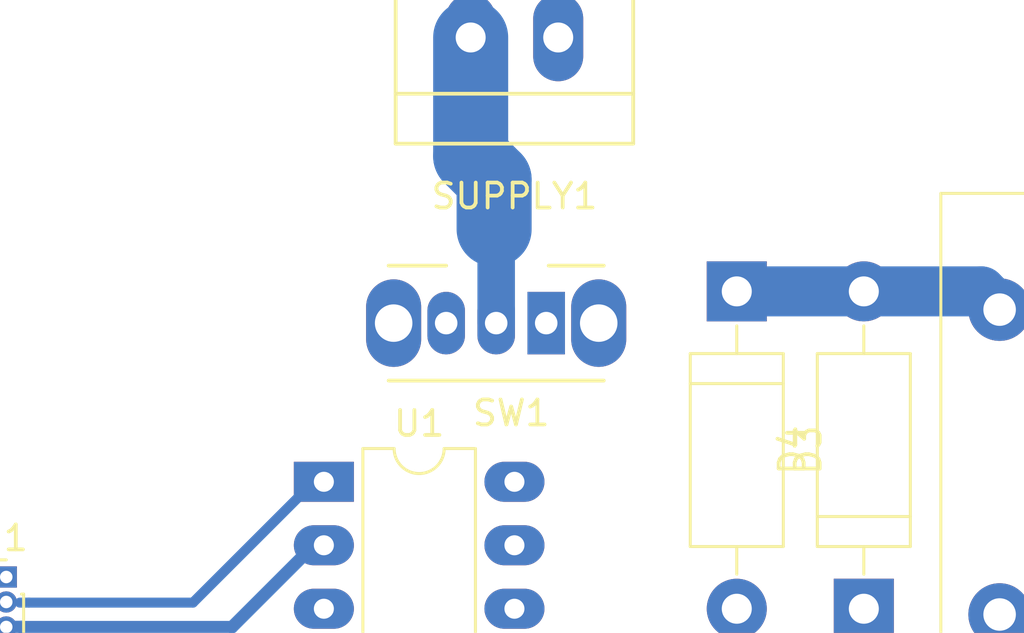
<source format=kicad_pcb>
(kicad_pcb (version 4) (host pcbnew 4.0.7-e2-6376~58~ubuntu16.04.1)

  (general
    (links 93)
    (no_connects 93)
    (area 31.745 12.895 180.565 90.075)
    (thickness 1.6)
    (drawings 0)
    (tracks 17)
    (zones 0)
    (modules 38)
    (nets 34)
  )

  (page A4)
  (layers
    (0 F.Cu signal hide)
    (31 B.Cu signal)
    (32 B.Adhes user)
    (33 F.Adhes user)
    (34 B.Paste user)
    (35 F.Paste user)
    (36 B.SilkS user)
    (37 F.SilkS user)
    (38 B.Mask user)
    (39 F.Mask user)
    (40 Dwgs.User user)
    (41 Cmts.User user)
    (42 Eco1.User user)
    (43 Eco2.User user)
    (44 Edge.Cuts user)
    (45 Margin user)
    (46 B.CrtYd user)
    (47 F.CrtYd user)
    (48 B.Fab user)
    (49 F.Fab user)
  )

  (setup
    (last_trace_width 0.5)
    (user_trace_width 0.6)
    (user_trace_width 0.8)
    (user_trace_width 1)
    (user_trace_width 1.6)
    (user_trace_width 2)
    (user_trace_width 2.4)
    (trace_clearance 0.3)
    (zone_clearance 0.508)
    (zone_45_only no)
    (trace_min 0.4)
    (segment_width 0.2)
    (edge_width 0.15)
    (via_size 1.8)
    (via_drill 0.8)
    (via_min_size 1.6)
    (via_min_drill 0.8)
    (uvia_size 0.3)
    (uvia_drill 0.1)
    (uvias_allowed no)
    (uvia_min_size 0.2)
    (uvia_min_drill 0.1)
    (pcb_text_width 0.3)
    (pcb_text_size 1.5 1.5)
    (mod_edge_width 0.15)
    (mod_text_size 1 1)
    (mod_text_width 0.15)
    (pad_size 1.524 1.524)
    (pad_drill 0.762)
    (pad_to_mask_clearance 0.2)
    (aux_axis_origin 0 0)
    (visible_elements FFFFFF7F)
    (pcbplotparams
      (layerselection 0x00030_80000001)
      (usegerberextensions false)
      (excludeedgelayer true)
      (linewidth 0.100000)
      (plotframeref false)
      (viasonmask false)
      (mode 1)
      (useauxorigin false)
      (hpglpennumber 1)
      (hpglpenspeed 20)
      (hpglpendiameter 15)
      (hpglpenoverlay 2)
      (psnegative false)
      (psa4output false)
      (plotreference true)
      (plotvalue true)
      (plotinvisibletext false)
      (padsonsilk false)
      (subtractmaskfromsilk false)
      (outputformat 1)
      (mirror false)
      (drillshape 1)
      (scaleselection 1)
      (outputdirectory ""))
  )

  (net 0 "")
  (net 1 "Net-(C1-Pad1)")
  (net 2 GND)
  (net 3 +12V)
  (net 4 "Net-(D1-Pad2)")
  (net 5 "Net-(D3-Pad1)")
  (net 6 "Net-(D5-Pad1)")
  (net 7 "Net-(D7-Pad2)")
  (net 8 "Net-(D10-Pad1)")
  (net 9 "Net-(D11-Pad2)")
  (net 10 "Net-(D13-Pad1)")
  (net 11 "Net-(D15-Pad2)")
  (net 12 "Net-(D17-Pad2)")
  (net 13 "Net-(D18-Pad2)")
  (net 14 "Net-(J1-Pad2)")
  (net 15 +5V)
  (net 16 "Net-(SW1-Pad3)")
  (net 17 "Net-(SW2-Pad3)")
  (net 18 "Net-(R1-Pad1)")
  (net 19 "Net-(RL1M1-Pad1)")
  (net 20 "Net-(RL1M2-Pad1)")
  (net 21 "Net-(RL1M3-Pad1)")
  (net 22 "Net-(RL1M4-Pad1)")
  (net 23 "Net-(RL2M1-Pad1)")
  (net 24 "Net-(RL2M2-Pad1)")
  (net 25 "Net-(RL2M3-Pad1)")
  (net 26 "Net-(RL2M4-Pad1)")
  (net 27 "Net-(J1-Pad3)")
  (net 28 "Net-(J1-Pad4)")
  (net 29 "Net-(J1-Pad5)")
  (net 30 "Net-(J1-Pad6)")
  (net 31 "Net-(J1-Pad7)")
  (net 32 "Net-(J1-Pad8)")
  (net 33 "Net-(J1-Pad9)")

  (net_class Default "This is the default net class."
    (clearance 0.3)
    (trace_width 0.5)
    (via_dia 1.8)
    (via_drill 0.8)
    (uvia_dia 0.3)
    (uvia_drill 0.1)
    (add_net +12V)
    (add_net +5V)
    (add_net GND)
    (add_net "Net-(C1-Pad1)")
    (add_net "Net-(D1-Pad2)")
    (add_net "Net-(D10-Pad1)")
    (add_net "Net-(D11-Pad2)")
    (add_net "Net-(D13-Pad1)")
    (add_net "Net-(D15-Pad2)")
    (add_net "Net-(D17-Pad2)")
    (add_net "Net-(D18-Pad2)")
    (add_net "Net-(D3-Pad1)")
    (add_net "Net-(D5-Pad1)")
    (add_net "Net-(D7-Pad2)")
    (add_net "Net-(J1-Pad2)")
    (add_net "Net-(J1-Pad3)")
    (add_net "Net-(J1-Pad4)")
    (add_net "Net-(J1-Pad5)")
    (add_net "Net-(J1-Pad6)")
    (add_net "Net-(J1-Pad7)")
    (add_net "Net-(J1-Pad8)")
    (add_net "Net-(J1-Pad9)")
    (add_net "Net-(R1-Pad1)")
    (add_net "Net-(RL1M1-Pad1)")
    (add_net "Net-(RL1M2-Pad1)")
    (add_net "Net-(RL1M3-Pad1)")
    (add_net "Net-(RL1M4-Pad1)")
    (add_net "Net-(RL2M1-Pad1)")
    (add_net "Net-(RL2M2-Pad1)")
    (add_net "Net-(RL2M3-Pad1)")
    (add_net "Net-(RL2M4-Pad1)")
    (add_net "Net-(SW1-Pad3)")
    (add_net "Net-(SW2-Pad3)")
  )

  (module Capacitors_THT:C_Disc_D5.0mm_W2.5mm_P2.50mm (layer F.Cu) (tedit 597BC7C2) (tstamp 5A37C432)
    (at 62.23 52.07)
    (descr "C, Disc series, Radial, pin pitch=2.50mm, , diameter*width=5*2.5mm^2, Capacitor, http://cdn-reichelt.de/documents/datenblatt/B300/DS_KERKO_TC.pdf")
    (tags "C Disc series Radial pin pitch 2.50mm  diameter 5mm width 2.5mm Capacitor")
    (path /5A38360B)
    (fp_text reference C1 (at 1.25 -2.56) (layer F.SilkS)
      (effects (font (size 1 1) (thickness 0.15)))
    )
    (fp_text value C (at 1.25 2.56) (layer F.Fab)
      (effects (font (size 1 1) (thickness 0.15)))
    )
    (fp_line (start -1.25 -1.25) (end -1.25 1.25) (layer F.Fab) (width 0.1))
    (fp_line (start -1.25 1.25) (end 3.75 1.25) (layer F.Fab) (width 0.1))
    (fp_line (start 3.75 1.25) (end 3.75 -1.25) (layer F.Fab) (width 0.1))
    (fp_line (start 3.75 -1.25) (end -1.25 -1.25) (layer F.Fab) (width 0.1))
    (fp_line (start -1.31 -1.31) (end 3.81 -1.31) (layer F.SilkS) (width 0.12))
    (fp_line (start -1.31 1.31) (end 3.81 1.31) (layer F.SilkS) (width 0.12))
    (fp_line (start -1.31 -1.31) (end -1.31 1.31) (layer F.SilkS) (width 0.12))
    (fp_line (start 3.81 -1.31) (end 3.81 1.31) (layer F.SilkS) (width 0.12))
    (fp_line (start -1.6 -1.6) (end -1.6 1.6) (layer F.CrtYd) (width 0.05))
    (fp_line (start -1.6 1.6) (end 4.1 1.6) (layer F.CrtYd) (width 0.05))
    (fp_line (start 4.1 1.6) (end 4.1 -1.6) (layer F.CrtYd) (width 0.05))
    (fp_line (start 4.1 -1.6) (end -1.6 -1.6) (layer F.CrtYd) (width 0.05))
    (fp_text user %R (at 1.25 0) (layer F.Fab)
      (effects (font (size 1 1) (thickness 0.15)))
    )
    (pad 1 thru_hole circle (at 0 0) (size 1.6 1.6) (drill 0.8) (layers *.Cu *.Mask)
      (net 1 "Net-(C1-Pad1)"))
    (pad 2 thru_hole circle (at 2.5 0) (size 1.6 1.6) (drill 0.8) (layers *.Cu *.Mask)
      (net 2 GND))
    (model ${KISYS3DMOD}/Capacitors_THT.3dshapes/C_Disc_D5.0mm_W2.5mm_P2.50mm.wrl
      (at (xyz 0 0 0))
      (scale (xyz 1 1 1))
      (rotate (xyz 0 0 0))
    )
  )

  (module Diodes_THT:D_DO-15_P12.70mm_Horizontal (layer F.Cu) (tedit 5921392E) (tstamp 5A37C44B)
    (at 71.12 57.15 270)
    (descr "D, DO-15 series, Axial, Horizontal, pin pitch=12.7mm, , length*diameter=7.6*3.6mm^2, , http://www.diodes.com/_files/packages/DO-15.pdf")
    (tags "D DO-15 series Axial Horizontal pin pitch 12.7mm  length 7.6mm diameter 3.6mm")
    (path /5A3802A5)
    (fp_text reference D1 (at 6.35 -2.86 270) (layer F.SilkS)
      (effects (font (size 1 1) (thickness 0.15)))
    )
    (fp_text value D (at 6.35 2.86 270) (layer F.Fab)
      (effects (font (size 1 1) (thickness 0.15)))
    )
    (fp_text user %R (at 6.35 0 270) (layer F.Fab)
      (effects (font (size 1 1) (thickness 0.15)))
    )
    (fp_line (start 2.55 -1.8) (end 2.55 1.8) (layer F.Fab) (width 0.1))
    (fp_line (start 2.55 1.8) (end 10.15 1.8) (layer F.Fab) (width 0.1))
    (fp_line (start 10.15 1.8) (end 10.15 -1.8) (layer F.Fab) (width 0.1))
    (fp_line (start 10.15 -1.8) (end 2.55 -1.8) (layer F.Fab) (width 0.1))
    (fp_line (start 0 0) (end 2.55 0) (layer F.Fab) (width 0.1))
    (fp_line (start 12.7 0) (end 10.15 0) (layer F.Fab) (width 0.1))
    (fp_line (start 3.69 -1.8) (end 3.69 1.8) (layer F.Fab) (width 0.1))
    (fp_line (start 2.49 -1.86) (end 2.49 1.86) (layer F.SilkS) (width 0.12))
    (fp_line (start 2.49 1.86) (end 10.21 1.86) (layer F.SilkS) (width 0.12))
    (fp_line (start 10.21 1.86) (end 10.21 -1.86) (layer F.SilkS) (width 0.12))
    (fp_line (start 10.21 -1.86) (end 2.49 -1.86) (layer F.SilkS) (width 0.12))
    (fp_line (start 1.38 0) (end 2.49 0) (layer F.SilkS) (width 0.12))
    (fp_line (start 11.32 0) (end 10.21 0) (layer F.SilkS) (width 0.12))
    (fp_line (start 3.69 -1.86) (end 3.69 1.86) (layer F.SilkS) (width 0.12))
    (fp_line (start -1.45 -2.15) (end -1.45 2.15) (layer F.CrtYd) (width 0.05))
    (fp_line (start -1.45 2.15) (end 14.15 2.15) (layer F.CrtYd) (width 0.05))
    (fp_line (start 14.15 2.15) (end 14.15 -2.15) (layer F.CrtYd) (width 0.05))
    (fp_line (start 14.15 -2.15) (end -1.45 -2.15) (layer F.CrtYd) (width 0.05))
    (pad 1 thru_hole rect (at 0 0 270) (size 2.4 2.4) (drill 1.2) (layers *.Cu *.Mask)
      (net 3 +12V))
    (pad 2 thru_hole oval (at 12.7 0 270) (size 2.4 2.4) (drill 1.2) (layers *.Cu *.Mask)
      (net 4 "Net-(D1-Pad2)"))
    (model ${KISYS3DMOD}/Diodes_THT.3dshapes/D_DO-15_P12.70mm_Horizontal.wrl
      (at (xyz 0 0 0))
      (scale (xyz 0.393701 0.393701 0.393701))
      (rotate (xyz 0 0 0))
    )
  )

  (module Diodes_THT:D_DO-15_P12.70mm_Horizontal (layer F.Cu) (tedit 5921392E) (tstamp 5A37C464)
    (at 64.77 69.85 90)
    (descr "D, DO-15 series, Axial, Horizontal, pin pitch=12.7mm, , length*diameter=7.6*3.6mm^2, , http://www.diodes.com/_files/packages/DO-15.pdf")
    (tags "D DO-15 series Axial Horizontal pin pitch 12.7mm  length 7.6mm diameter 3.6mm")
    (path /5A37FDA2)
    (fp_text reference D2 (at 6.35 -2.86 90) (layer F.SilkS)
      (effects (font (size 1 1) (thickness 0.15)))
    )
    (fp_text value D (at 6.35 2.86 90) (layer F.Fab)
      (effects (font (size 1 1) (thickness 0.15)))
    )
    (fp_text user %R (at 6.35 0 90) (layer F.Fab)
      (effects (font (size 1 1) (thickness 0.15)))
    )
    (fp_line (start 2.55 -1.8) (end 2.55 1.8) (layer F.Fab) (width 0.1))
    (fp_line (start 2.55 1.8) (end 10.15 1.8) (layer F.Fab) (width 0.1))
    (fp_line (start 10.15 1.8) (end 10.15 -1.8) (layer F.Fab) (width 0.1))
    (fp_line (start 10.15 -1.8) (end 2.55 -1.8) (layer F.Fab) (width 0.1))
    (fp_line (start 0 0) (end 2.55 0) (layer F.Fab) (width 0.1))
    (fp_line (start 12.7 0) (end 10.15 0) (layer F.Fab) (width 0.1))
    (fp_line (start 3.69 -1.8) (end 3.69 1.8) (layer F.Fab) (width 0.1))
    (fp_line (start 2.49 -1.86) (end 2.49 1.86) (layer F.SilkS) (width 0.12))
    (fp_line (start 2.49 1.86) (end 10.21 1.86) (layer F.SilkS) (width 0.12))
    (fp_line (start 10.21 1.86) (end 10.21 -1.86) (layer F.SilkS) (width 0.12))
    (fp_line (start 10.21 -1.86) (end 2.49 -1.86) (layer F.SilkS) (width 0.12))
    (fp_line (start 1.38 0) (end 2.49 0) (layer F.SilkS) (width 0.12))
    (fp_line (start 11.32 0) (end 10.21 0) (layer F.SilkS) (width 0.12))
    (fp_line (start 3.69 -1.86) (end 3.69 1.86) (layer F.SilkS) (width 0.12))
    (fp_line (start -1.45 -2.15) (end -1.45 2.15) (layer F.CrtYd) (width 0.05))
    (fp_line (start -1.45 2.15) (end 14.15 2.15) (layer F.CrtYd) (width 0.05))
    (fp_line (start 14.15 2.15) (end 14.15 -2.15) (layer F.CrtYd) (width 0.05))
    (fp_line (start 14.15 -2.15) (end -1.45 -2.15) (layer F.CrtYd) (width 0.05))
    (pad 1 thru_hole rect (at 0 0 90) (size 2.4 2.4) (drill 1.2) (layers *.Cu *.Mask)
      (net 4 "Net-(D1-Pad2)"))
    (pad 2 thru_hole oval (at 12.7 0 90) (size 2.4 2.4) (drill 1.2) (layers *.Cu *.Mask)
      (net 2 GND))
    (model ${KISYS3DMOD}/Diodes_THT.3dshapes/D_DO-15_P12.70mm_Horizontal.wrl
      (at (xyz 0 0 0))
      (scale (xyz 0.393701 0.393701 0.393701))
      (rotate (xyz 0 0 0))
    )
  )

  (module Diodes_THT:D_DO-15_P12.70mm_Horizontal (layer F.Cu) (tedit 5921392E) (tstamp 5A37C47D)
    (at 66.04 30.48 270)
    (descr "D, DO-15 series, Axial, Horizontal, pin pitch=12.7mm, , length*diameter=7.6*3.6mm^2, , http://www.diodes.com/_files/packages/DO-15.pdf")
    (tags "D DO-15 series Axial Horizontal pin pitch 12.7mm  length 7.6mm diameter 3.6mm")
    (path /5A38005C)
    (fp_text reference D3 (at 6.35 -2.86 270) (layer F.SilkS)
      (effects (font (size 1 1) (thickness 0.15)))
    )
    (fp_text value D (at 6.35 2.86 270) (layer F.Fab)
      (effects (font (size 1 1) (thickness 0.15)))
    )
    (fp_text user %R (at 6.35 0 270) (layer F.Fab)
      (effects (font (size 1 1) (thickness 0.15)))
    )
    (fp_line (start 2.55 -1.8) (end 2.55 1.8) (layer F.Fab) (width 0.1))
    (fp_line (start 2.55 1.8) (end 10.15 1.8) (layer F.Fab) (width 0.1))
    (fp_line (start 10.15 1.8) (end 10.15 -1.8) (layer F.Fab) (width 0.1))
    (fp_line (start 10.15 -1.8) (end 2.55 -1.8) (layer F.Fab) (width 0.1))
    (fp_line (start 0 0) (end 2.55 0) (layer F.Fab) (width 0.1))
    (fp_line (start 12.7 0) (end 10.15 0) (layer F.Fab) (width 0.1))
    (fp_line (start 3.69 -1.8) (end 3.69 1.8) (layer F.Fab) (width 0.1))
    (fp_line (start 2.49 -1.86) (end 2.49 1.86) (layer F.SilkS) (width 0.12))
    (fp_line (start 2.49 1.86) (end 10.21 1.86) (layer F.SilkS) (width 0.12))
    (fp_line (start 10.21 1.86) (end 10.21 -1.86) (layer F.SilkS) (width 0.12))
    (fp_line (start 10.21 -1.86) (end 2.49 -1.86) (layer F.SilkS) (width 0.12))
    (fp_line (start 1.38 0) (end 2.49 0) (layer F.SilkS) (width 0.12))
    (fp_line (start 11.32 0) (end 10.21 0) (layer F.SilkS) (width 0.12))
    (fp_line (start 3.69 -1.86) (end 3.69 1.86) (layer F.SilkS) (width 0.12))
    (fp_line (start -1.45 -2.15) (end -1.45 2.15) (layer F.CrtYd) (width 0.05))
    (fp_line (start -1.45 2.15) (end 14.15 2.15) (layer F.CrtYd) (width 0.05))
    (fp_line (start 14.15 2.15) (end 14.15 -2.15) (layer F.CrtYd) (width 0.05))
    (fp_line (start 14.15 -2.15) (end -1.45 -2.15) (layer F.CrtYd) (width 0.05))
    (pad 1 thru_hole rect (at 0 0 270) (size 2.4 2.4) (drill 1.2) (layers *.Cu *.Mask)
      (net 5 "Net-(D3-Pad1)"))
    (pad 2 thru_hole oval (at 12.7 0 270) (size 2.4 2.4) (drill 1.2) (layers *.Cu *.Mask)
      (net 2 GND))
    (model ${KISYS3DMOD}/Diodes_THT.3dshapes/D_DO-15_P12.70mm_Horizontal.wrl
      (at (xyz 0 0 0))
      (scale (xyz 0.393701 0.393701 0.393701))
      (rotate (xyz 0 0 0))
    )
  )

  (module Diodes_THT:D_DO-15_P12.70mm_Horizontal (layer F.Cu) (tedit 5921392E) (tstamp 5A37C496)
    (at 71.12 43.18 90)
    (descr "D, DO-15 series, Axial, Horizontal, pin pitch=12.7mm, , length*diameter=7.6*3.6mm^2, , http://www.diodes.com/_files/packages/DO-15.pdf")
    (tags "D DO-15 series Axial Horizontal pin pitch 12.7mm  length 7.6mm diameter 3.6mm")
    (path /5A3800C1)
    (fp_text reference D4 (at 6.35 -2.86 90) (layer F.SilkS)
      (effects (font (size 1 1) (thickness 0.15)))
    )
    (fp_text value D (at 6.35 2.86 90) (layer F.Fab)
      (effects (font (size 1 1) (thickness 0.15)))
    )
    (fp_text user %R (at 6.35 0 90) (layer F.Fab)
      (effects (font (size 1 1) (thickness 0.15)))
    )
    (fp_line (start 2.55 -1.8) (end 2.55 1.8) (layer F.Fab) (width 0.1))
    (fp_line (start 2.55 1.8) (end 10.15 1.8) (layer F.Fab) (width 0.1))
    (fp_line (start 10.15 1.8) (end 10.15 -1.8) (layer F.Fab) (width 0.1))
    (fp_line (start 10.15 -1.8) (end 2.55 -1.8) (layer F.Fab) (width 0.1))
    (fp_line (start 0 0) (end 2.55 0) (layer F.Fab) (width 0.1))
    (fp_line (start 12.7 0) (end 10.15 0) (layer F.Fab) (width 0.1))
    (fp_line (start 3.69 -1.8) (end 3.69 1.8) (layer F.Fab) (width 0.1))
    (fp_line (start 2.49 -1.86) (end 2.49 1.86) (layer F.SilkS) (width 0.12))
    (fp_line (start 2.49 1.86) (end 10.21 1.86) (layer F.SilkS) (width 0.12))
    (fp_line (start 10.21 1.86) (end 10.21 -1.86) (layer F.SilkS) (width 0.12))
    (fp_line (start 10.21 -1.86) (end 2.49 -1.86) (layer F.SilkS) (width 0.12))
    (fp_line (start 1.38 0) (end 2.49 0) (layer F.SilkS) (width 0.12))
    (fp_line (start 11.32 0) (end 10.21 0) (layer F.SilkS) (width 0.12))
    (fp_line (start 3.69 -1.86) (end 3.69 1.86) (layer F.SilkS) (width 0.12))
    (fp_line (start -1.45 -2.15) (end -1.45 2.15) (layer F.CrtYd) (width 0.05))
    (fp_line (start -1.45 2.15) (end 14.15 2.15) (layer F.CrtYd) (width 0.05))
    (fp_line (start 14.15 2.15) (end 14.15 -2.15) (layer F.CrtYd) (width 0.05))
    (fp_line (start 14.15 -2.15) (end -1.45 -2.15) (layer F.CrtYd) (width 0.05))
    (pad 1 thru_hole rect (at 0 0 90) (size 2.4 2.4) (drill 1.2) (layers *.Cu *.Mask)
      (net 3 +12V))
    (pad 2 thru_hole oval (at 12.7 0 90) (size 2.4 2.4) (drill 1.2) (layers *.Cu *.Mask)
      (net 5 "Net-(D3-Pad1)"))
    (model ${KISYS3DMOD}/Diodes_THT.3dshapes/D_DO-15_P12.70mm_Horizontal.wrl
      (at (xyz 0 0 0))
      (scale (xyz 0.393701 0.393701 0.393701))
      (rotate (xyz 0 0 0))
    )
  )

  (module Diodes_THT:D_DO-15_P12.70mm_Horizontal (layer F.Cu) (tedit 5921392E) (tstamp 5A37C4AF)
    (at 113.03 30.48 270)
    (descr "D, DO-15 series, Axial, Horizontal, pin pitch=12.7mm, , length*diameter=7.6*3.6mm^2, , http://www.diodes.com/_files/packages/DO-15.pdf")
    (tags "D DO-15 series Axial Horizontal pin pitch 12.7mm  length 7.6mm diameter 3.6mm")
    (path /5A37FF17)
    (fp_text reference D5 (at 6.35 -2.86 270) (layer F.SilkS)
      (effects (font (size 1 1) (thickness 0.15)))
    )
    (fp_text value D (at 6.35 2.86 270) (layer F.Fab)
      (effects (font (size 1 1) (thickness 0.15)))
    )
    (fp_text user %R (at 6.35 0 270) (layer F.Fab)
      (effects (font (size 1 1) (thickness 0.15)))
    )
    (fp_line (start 2.55 -1.8) (end 2.55 1.8) (layer F.Fab) (width 0.1))
    (fp_line (start 2.55 1.8) (end 10.15 1.8) (layer F.Fab) (width 0.1))
    (fp_line (start 10.15 1.8) (end 10.15 -1.8) (layer F.Fab) (width 0.1))
    (fp_line (start 10.15 -1.8) (end 2.55 -1.8) (layer F.Fab) (width 0.1))
    (fp_line (start 0 0) (end 2.55 0) (layer F.Fab) (width 0.1))
    (fp_line (start 12.7 0) (end 10.15 0) (layer F.Fab) (width 0.1))
    (fp_line (start 3.69 -1.8) (end 3.69 1.8) (layer F.Fab) (width 0.1))
    (fp_line (start 2.49 -1.86) (end 2.49 1.86) (layer F.SilkS) (width 0.12))
    (fp_line (start 2.49 1.86) (end 10.21 1.86) (layer F.SilkS) (width 0.12))
    (fp_line (start 10.21 1.86) (end 10.21 -1.86) (layer F.SilkS) (width 0.12))
    (fp_line (start 10.21 -1.86) (end 2.49 -1.86) (layer F.SilkS) (width 0.12))
    (fp_line (start 1.38 0) (end 2.49 0) (layer F.SilkS) (width 0.12))
    (fp_line (start 11.32 0) (end 10.21 0) (layer F.SilkS) (width 0.12))
    (fp_line (start 3.69 -1.86) (end 3.69 1.86) (layer F.SilkS) (width 0.12))
    (fp_line (start -1.45 -2.15) (end -1.45 2.15) (layer F.CrtYd) (width 0.05))
    (fp_line (start -1.45 2.15) (end 14.15 2.15) (layer F.CrtYd) (width 0.05))
    (fp_line (start 14.15 2.15) (end 14.15 -2.15) (layer F.CrtYd) (width 0.05))
    (fp_line (start 14.15 -2.15) (end -1.45 -2.15) (layer F.CrtYd) (width 0.05))
    (pad 1 thru_hole rect (at 0 0 270) (size 2.4 2.4) (drill 1.2) (layers *.Cu *.Mask)
      (net 6 "Net-(D5-Pad1)"))
    (pad 2 thru_hole oval (at 12.7 0 270) (size 2.4 2.4) (drill 1.2) (layers *.Cu *.Mask)
      (net 2 GND))
    (model ${KISYS3DMOD}/Diodes_THT.3dshapes/D_DO-15_P12.70mm_Horizontal.wrl
      (at (xyz 0 0 0))
      (scale (xyz 0.393701 0.393701 0.393701))
      (rotate (xyz 0 0 0))
    )
  )

  (module Diodes_THT:D_DO-15_P12.70mm_Horizontal (layer F.Cu) (tedit 5921392E) (tstamp 5A37C4C8)
    (at 118.11 43.18 90)
    (descr "D, DO-15 series, Axial, Horizontal, pin pitch=12.7mm, , length*diameter=7.6*3.6mm^2, , http://www.diodes.com/_files/packages/DO-15.pdf")
    (tags "D DO-15 series Axial Horizontal pin pitch 12.7mm  length 7.6mm diameter 3.6mm")
    (path /5A3801A0)
    (fp_text reference D6 (at 6.35 -2.86 90) (layer F.SilkS)
      (effects (font (size 1 1) (thickness 0.15)))
    )
    (fp_text value D (at 6.35 2.86 90) (layer F.Fab)
      (effects (font (size 1 1) (thickness 0.15)))
    )
    (fp_text user %R (at 6.35 0 90) (layer F.Fab)
      (effects (font (size 1 1) (thickness 0.15)))
    )
    (fp_line (start 2.55 -1.8) (end 2.55 1.8) (layer F.Fab) (width 0.1))
    (fp_line (start 2.55 1.8) (end 10.15 1.8) (layer F.Fab) (width 0.1))
    (fp_line (start 10.15 1.8) (end 10.15 -1.8) (layer F.Fab) (width 0.1))
    (fp_line (start 10.15 -1.8) (end 2.55 -1.8) (layer F.Fab) (width 0.1))
    (fp_line (start 0 0) (end 2.55 0) (layer F.Fab) (width 0.1))
    (fp_line (start 12.7 0) (end 10.15 0) (layer F.Fab) (width 0.1))
    (fp_line (start 3.69 -1.8) (end 3.69 1.8) (layer F.Fab) (width 0.1))
    (fp_line (start 2.49 -1.86) (end 2.49 1.86) (layer F.SilkS) (width 0.12))
    (fp_line (start 2.49 1.86) (end 10.21 1.86) (layer F.SilkS) (width 0.12))
    (fp_line (start 10.21 1.86) (end 10.21 -1.86) (layer F.SilkS) (width 0.12))
    (fp_line (start 10.21 -1.86) (end 2.49 -1.86) (layer F.SilkS) (width 0.12))
    (fp_line (start 1.38 0) (end 2.49 0) (layer F.SilkS) (width 0.12))
    (fp_line (start 11.32 0) (end 10.21 0) (layer F.SilkS) (width 0.12))
    (fp_line (start 3.69 -1.86) (end 3.69 1.86) (layer F.SilkS) (width 0.12))
    (fp_line (start -1.45 -2.15) (end -1.45 2.15) (layer F.CrtYd) (width 0.05))
    (fp_line (start -1.45 2.15) (end 14.15 2.15) (layer F.CrtYd) (width 0.05))
    (fp_line (start 14.15 2.15) (end 14.15 -2.15) (layer F.CrtYd) (width 0.05))
    (fp_line (start 14.15 -2.15) (end -1.45 -2.15) (layer F.CrtYd) (width 0.05))
    (pad 1 thru_hole rect (at 0 0 90) (size 2.4 2.4) (drill 1.2) (layers *.Cu *.Mask)
      (net 3 +12V))
    (pad 2 thru_hole oval (at 12.7 0 90) (size 2.4 2.4) (drill 1.2) (layers *.Cu *.Mask)
      (net 6 "Net-(D5-Pad1)"))
    (model ${KISYS3DMOD}/Diodes_THT.3dshapes/D_DO-15_P12.70mm_Horizontal.wrl
      (at (xyz 0 0 0))
      (scale (xyz 0.393701 0.393701 0.393701))
      (rotate (xyz 0 0 0))
    )
  )

  (module Diodes_THT:D_DO-15_P12.70mm_Horizontal (layer F.Cu) (tedit 5921392E) (tstamp 5A37C4E1)
    (at 113.03 57.15 270)
    (descr "D, DO-15 series, Axial, Horizontal, pin pitch=12.7mm, , length*diameter=7.6*3.6mm^2, , http://www.diodes.com/_files/packages/DO-15.pdf")
    (tags "D DO-15 series Axial Horizontal pin pitch 12.7mm  length 7.6mm diameter 3.6mm")
    (path /5A380246)
    (fp_text reference D7 (at 6.35 -2.86 270) (layer F.SilkS)
      (effects (font (size 1 1) (thickness 0.15)))
    )
    (fp_text value D (at 6.35 2.86 270) (layer F.Fab)
      (effects (font (size 1 1) (thickness 0.15)))
    )
    (fp_text user %R (at 6.35 0 270) (layer F.Fab)
      (effects (font (size 1 1) (thickness 0.15)))
    )
    (fp_line (start 2.55 -1.8) (end 2.55 1.8) (layer F.Fab) (width 0.1))
    (fp_line (start 2.55 1.8) (end 10.15 1.8) (layer F.Fab) (width 0.1))
    (fp_line (start 10.15 1.8) (end 10.15 -1.8) (layer F.Fab) (width 0.1))
    (fp_line (start 10.15 -1.8) (end 2.55 -1.8) (layer F.Fab) (width 0.1))
    (fp_line (start 0 0) (end 2.55 0) (layer F.Fab) (width 0.1))
    (fp_line (start 12.7 0) (end 10.15 0) (layer F.Fab) (width 0.1))
    (fp_line (start 3.69 -1.8) (end 3.69 1.8) (layer F.Fab) (width 0.1))
    (fp_line (start 2.49 -1.86) (end 2.49 1.86) (layer F.SilkS) (width 0.12))
    (fp_line (start 2.49 1.86) (end 10.21 1.86) (layer F.SilkS) (width 0.12))
    (fp_line (start 10.21 1.86) (end 10.21 -1.86) (layer F.SilkS) (width 0.12))
    (fp_line (start 10.21 -1.86) (end 2.49 -1.86) (layer F.SilkS) (width 0.12))
    (fp_line (start 1.38 0) (end 2.49 0) (layer F.SilkS) (width 0.12))
    (fp_line (start 11.32 0) (end 10.21 0) (layer F.SilkS) (width 0.12))
    (fp_line (start 3.69 -1.86) (end 3.69 1.86) (layer F.SilkS) (width 0.12))
    (fp_line (start -1.45 -2.15) (end -1.45 2.15) (layer F.CrtYd) (width 0.05))
    (fp_line (start -1.45 2.15) (end 14.15 2.15) (layer F.CrtYd) (width 0.05))
    (fp_line (start 14.15 2.15) (end 14.15 -2.15) (layer F.CrtYd) (width 0.05))
    (fp_line (start 14.15 -2.15) (end -1.45 -2.15) (layer F.CrtYd) (width 0.05))
    (pad 1 thru_hole rect (at 0 0 270) (size 2.4 2.4) (drill 1.2) (layers *.Cu *.Mask)
      (net 3 +12V))
    (pad 2 thru_hole oval (at 12.7 0 270) (size 2.4 2.4) (drill 1.2) (layers *.Cu *.Mask)
      (net 7 "Net-(D7-Pad2)"))
    (model ${KISYS3DMOD}/Diodes_THT.3dshapes/D_DO-15_P12.70mm_Horizontal.wrl
      (at (xyz 0 0 0))
      (scale (xyz 0.393701 0.393701 0.393701))
      (rotate (xyz 0 0 0))
    )
  )

  (module Diodes_THT:D_DO-15_P12.70mm_Horizontal (layer F.Cu) (tedit 5921392E) (tstamp 5A37C4FA)
    (at 118.11 69.85 90)
    (descr "D, DO-15 series, Axial, Horizontal, pin pitch=12.7mm, , length*diameter=7.6*3.6mm^2, , http://www.diodes.com/_files/packages/DO-15.pdf")
    (tags "D DO-15 series Axial Horizontal pin pitch 12.7mm  length 7.6mm diameter 3.6mm")
    (path /5A37FF8F)
    (fp_text reference D8 (at 6.35 -2.86 90) (layer F.SilkS)
      (effects (font (size 1 1) (thickness 0.15)))
    )
    (fp_text value D (at 6.35 2.86 90) (layer F.Fab)
      (effects (font (size 1 1) (thickness 0.15)))
    )
    (fp_text user %R (at 6.35 0 90) (layer F.Fab)
      (effects (font (size 1 1) (thickness 0.15)))
    )
    (fp_line (start 2.55 -1.8) (end 2.55 1.8) (layer F.Fab) (width 0.1))
    (fp_line (start 2.55 1.8) (end 10.15 1.8) (layer F.Fab) (width 0.1))
    (fp_line (start 10.15 1.8) (end 10.15 -1.8) (layer F.Fab) (width 0.1))
    (fp_line (start 10.15 -1.8) (end 2.55 -1.8) (layer F.Fab) (width 0.1))
    (fp_line (start 0 0) (end 2.55 0) (layer F.Fab) (width 0.1))
    (fp_line (start 12.7 0) (end 10.15 0) (layer F.Fab) (width 0.1))
    (fp_line (start 3.69 -1.8) (end 3.69 1.8) (layer F.Fab) (width 0.1))
    (fp_line (start 2.49 -1.86) (end 2.49 1.86) (layer F.SilkS) (width 0.12))
    (fp_line (start 2.49 1.86) (end 10.21 1.86) (layer F.SilkS) (width 0.12))
    (fp_line (start 10.21 1.86) (end 10.21 -1.86) (layer F.SilkS) (width 0.12))
    (fp_line (start 10.21 -1.86) (end 2.49 -1.86) (layer F.SilkS) (width 0.12))
    (fp_line (start 1.38 0) (end 2.49 0) (layer F.SilkS) (width 0.12))
    (fp_line (start 11.32 0) (end 10.21 0) (layer F.SilkS) (width 0.12))
    (fp_line (start 3.69 -1.86) (end 3.69 1.86) (layer F.SilkS) (width 0.12))
    (fp_line (start -1.45 -2.15) (end -1.45 2.15) (layer F.CrtYd) (width 0.05))
    (fp_line (start -1.45 2.15) (end 14.15 2.15) (layer F.CrtYd) (width 0.05))
    (fp_line (start 14.15 2.15) (end 14.15 -2.15) (layer F.CrtYd) (width 0.05))
    (fp_line (start 14.15 -2.15) (end -1.45 -2.15) (layer F.CrtYd) (width 0.05))
    (pad 1 thru_hole rect (at 0 0 90) (size 2.4 2.4) (drill 1.2) (layers *.Cu *.Mask)
      (net 7 "Net-(D7-Pad2)"))
    (pad 2 thru_hole oval (at 12.7 0 90) (size 2.4 2.4) (drill 1.2) (layers *.Cu *.Mask)
      (net 2 GND))
    (model ${KISYS3DMOD}/Diodes_THT.3dshapes/D_DO-15_P12.70mm_Horizontal.wrl
      (at (xyz 0 0 0))
      (scale (xyz 0.393701 0.393701 0.393701))
      (rotate (xyz 0 0 0))
    )
  )

  (module Diodes_THT:D_DO-15_P12.70mm_Horizontal (layer F.Cu) (tedit 5921392E) (tstamp 5A37C513)
    (at 171.45 57.15 270)
    (descr "D, DO-15 series, Axial, Horizontal, pin pitch=12.7mm, , length*diameter=7.6*3.6mm^2, , http://www.diodes.com/_files/packages/DO-15.pdf")
    (tags "D DO-15 series Axial Horizontal pin pitch 12.7mm  length 7.6mm diameter 3.6mm")
    (path /5A37FEC2)
    (fp_text reference D9 (at 6.35 -2.86 270) (layer F.SilkS)
      (effects (font (size 1 1) (thickness 0.15)))
    )
    (fp_text value D (at 6.35 2.86 270) (layer F.Fab)
      (effects (font (size 1 1) (thickness 0.15)))
    )
    (fp_text user %R (at 6.35 0 270) (layer F.Fab)
      (effects (font (size 1 1) (thickness 0.15)))
    )
    (fp_line (start 2.55 -1.8) (end 2.55 1.8) (layer F.Fab) (width 0.1))
    (fp_line (start 2.55 1.8) (end 10.15 1.8) (layer F.Fab) (width 0.1))
    (fp_line (start 10.15 1.8) (end 10.15 -1.8) (layer F.Fab) (width 0.1))
    (fp_line (start 10.15 -1.8) (end 2.55 -1.8) (layer F.Fab) (width 0.1))
    (fp_line (start 0 0) (end 2.55 0) (layer F.Fab) (width 0.1))
    (fp_line (start 12.7 0) (end 10.15 0) (layer F.Fab) (width 0.1))
    (fp_line (start 3.69 -1.8) (end 3.69 1.8) (layer F.Fab) (width 0.1))
    (fp_line (start 2.49 -1.86) (end 2.49 1.86) (layer F.SilkS) (width 0.12))
    (fp_line (start 2.49 1.86) (end 10.21 1.86) (layer F.SilkS) (width 0.12))
    (fp_line (start 10.21 1.86) (end 10.21 -1.86) (layer F.SilkS) (width 0.12))
    (fp_line (start 10.21 -1.86) (end 2.49 -1.86) (layer F.SilkS) (width 0.12))
    (fp_line (start 1.38 0) (end 2.49 0) (layer F.SilkS) (width 0.12))
    (fp_line (start 11.32 0) (end 10.21 0) (layer F.SilkS) (width 0.12))
    (fp_line (start 3.69 -1.86) (end 3.69 1.86) (layer F.SilkS) (width 0.12))
    (fp_line (start -1.45 -2.15) (end -1.45 2.15) (layer F.CrtYd) (width 0.05))
    (fp_line (start -1.45 2.15) (end 14.15 2.15) (layer F.CrtYd) (width 0.05))
    (fp_line (start 14.15 2.15) (end 14.15 -2.15) (layer F.CrtYd) (width 0.05))
    (fp_line (start 14.15 -2.15) (end -1.45 -2.15) (layer F.CrtYd) (width 0.05))
    (pad 1 thru_hole rect (at 0 0 270) (size 2.4 2.4) (drill 1.2) (layers *.Cu *.Mask)
      (net 3 +12V))
    (pad 2 thru_hole oval (at 12.7 0 270) (size 2.4 2.4) (drill 1.2) (layers *.Cu *.Mask)
      (net 8 "Net-(D10-Pad1)"))
    (model ${KISYS3DMOD}/Diodes_THT.3dshapes/D_DO-15_P12.70mm_Horizontal.wrl
      (at (xyz 0 0 0))
      (scale (xyz 0.393701 0.393701 0.393701))
      (rotate (xyz 0 0 0))
    )
  )

  (module Diodes_THT:D_DO-15_P12.70mm_Horizontal (layer F.Cu) (tedit 5921392E) (tstamp 5A37C52C)
    (at 176.53 69.85 90)
    (descr "D, DO-15 series, Axial, Horizontal, pin pitch=12.7mm, , length*diameter=7.6*3.6mm^2, , http://www.diodes.com/_files/packages/DO-15.pdf")
    (tags "D DO-15 series Axial Horizontal pin pitch 12.7mm  length 7.6mm diameter 3.6mm")
    (path /5A37FE6F)
    (fp_text reference D10 (at 6.35 -2.86 90) (layer F.SilkS)
      (effects (font (size 1 1) (thickness 0.15)))
    )
    (fp_text value D (at 6.35 2.86 90) (layer F.Fab)
      (effects (font (size 1 1) (thickness 0.15)))
    )
    (fp_text user %R (at 6.35 0 90) (layer F.Fab)
      (effects (font (size 1 1) (thickness 0.15)))
    )
    (fp_line (start 2.55 -1.8) (end 2.55 1.8) (layer F.Fab) (width 0.1))
    (fp_line (start 2.55 1.8) (end 10.15 1.8) (layer F.Fab) (width 0.1))
    (fp_line (start 10.15 1.8) (end 10.15 -1.8) (layer F.Fab) (width 0.1))
    (fp_line (start 10.15 -1.8) (end 2.55 -1.8) (layer F.Fab) (width 0.1))
    (fp_line (start 0 0) (end 2.55 0) (layer F.Fab) (width 0.1))
    (fp_line (start 12.7 0) (end 10.15 0) (layer F.Fab) (width 0.1))
    (fp_line (start 3.69 -1.8) (end 3.69 1.8) (layer F.Fab) (width 0.1))
    (fp_line (start 2.49 -1.86) (end 2.49 1.86) (layer F.SilkS) (width 0.12))
    (fp_line (start 2.49 1.86) (end 10.21 1.86) (layer F.SilkS) (width 0.12))
    (fp_line (start 10.21 1.86) (end 10.21 -1.86) (layer F.SilkS) (width 0.12))
    (fp_line (start 10.21 -1.86) (end 2.49 -1.86) (layer F.SilkS) (width 0.12))
    (fp_line (start 1.38 0) (end 2.49 0) (layer F.SilkS) (width 0.12))
    (fp_line (start 11.32 0) (end 10.21 0) (layer F.SilkS) (width 0.12))
    (fp_line (start 3.69 -1.86) (end 3.69 1.86) (layer F.SilkS) (width 0.12))
    (fp_line (start -1.45 -2.15) (end -1.45 2.15) (layer F.CrtYd) (width 0.05))
    (fp_line (start -1.45 2.15) (end 14.15 2.15) (layer F.CrtYd) (width 0.05))
    (fp_line (start 14.15 2.15) (end 14.15 -2.15) (layer F.CrtYd) (width 0.05))
    (fp_line (start 14.15 -2.15) (end -1.45 -2.15) (layer F.CrtYd) (width 0.05))
    (pad 1 thru_hole rect (at 0 0 90) (size 2.4 2.4) (drill 1.2) (layers *.Cu *.Mask)
      (net 8 "Net-(D10-Pad1)"))
    (pad 2 thru_hole oval (at 12.7 0 90) (size 2.4 2.4) (drill 1.2) (layers *.Cu *.Mask)
      (net 2 GND))
    (model ${KISYS3DMOD}/Diodes_THT.3dshapes/D_DO-15_P12.70mm_Horizontal.wrl
      (at (xyz 0 0 0))
      (scale (xyz 0.393701 0.393701 0.393701))
      (rotate (xyz 0 0 0))
    )
  )

  (module Diodes_THT:D_DO-15_P12.70mm_Horizontal (layer F.Cu) (tedit 5921392E) (tstamp 5A37C545)
    (at 123.19 43.18 90)
    (descr "D, DO-15 series, Axial, Horizontal, pin pitch=12.7mm, , length*diameter=7.6*3.6mm^2, , http://www.diodes.com/_files/packages/DO-15.pdf")
    (tags "D DO-15 series Axial Horizontal pin pitch 12.7mm  length 7.6mm diameter 3.6mm")
    (path /5A37FF54)
    (fp_text reference D11 (at 6.35 -2.86 90) (layer F.SilkS)
      (effects (font (size 1 1) (thickness 0.15)))
    )
    (fp_text value D (at 6.35 2.86 90) (layer F.Fab)
      (effects (font (size 1 1) (thickness 0.15)))
    )
    (fp_text user %R (at 6.35 0 90) (layer F.Fab)
      (effects (font (size 1 1) (thickness 0.15)))
    )
    (fp_line (start 2.55 -1.8) (end 2.55 1.8) (layer F.Fab) (width 0.1))
    (fp_line (start 2.55 1.8) (end 10.15 1.8) (layer F.Fab) (width 0.1))
    (fp_line (start 10.15 1.8) (end 10.15 -1.8) (layer F.Fab) (width 0.1))
    (fp_line (start 10.15 -1.8) (end 2.55 -1.8) (layer F.Fab) (width 0.1))
    (fp_line (start 0 0) (end 2.55 0) (layer F.Fab) (width 0.1))
    (fp_line (start 12.7 0) (end 10.15 0) (layer F.Fab) (width 0.1))
    (fp_line (start 3.69 -1.8) (end 3.69 1.8) (layer F.Fab) (width 0.1))
    (fp_line (start 2.49 -1.86) (end 2.49 1.86) (layer F.SilkS) (width 0.12))
    (fp_line (start 2.49 1.86) (end 10.21 1.86) (layer F.SilkS) (width 0.12))
    (fp_line (start 10.21 1.86) (end 10.21 -1.86) (layer F.SilkS) (width 0.12))
    (fp_line (start 10.21 -1.86) (end 2.49 -1.86) (layer F.SilkS) (width 0.12))
    (fp_line (start 1.38 0) (end 2.49 0) (layer F.SilkS) (width 0.12))
    (fp_line (start 11.32 0) (end 10.21 0) (layer F.SilkS) (width 0.12))
    (fp_line (start 3.69 -1.86) (end 3.69 1.86) (layer F.SilkS) (width 0.12))
    (fp_line (start -1.45 -2.15) (end -1.45 2.15) (layer F.CrtYd) (width 0.05))
    (fp_line (start -1.45 2.15) (end 14.15 2.15) (layer F.CrtYd) (width 0.05))
    (fp_line (start 14.15 2.15) (end 14.15 -2.15) (layer F.CrtYd) (width 0.05))
    (fp_line (start 14.15 -2.15) (end -1.45 -2.15) (layer F.CrtYd) (width 0.05))
    (pad 1 thru_hole rect (at 0 0 90) (size 2.4 2.4) (drill 1.2) (layers *.Cu *.Mask)
      (net 3 +12V))
    (pad 2 thru_hole oval (at 12.7 0 90) (size 2.4 2.4) (drill 1.2) (layers *.Cu *.Mask)
      (net 9 "Net-(D11-Pad2)"))
    (model ${KISYS3DMOD}/Diodes_THT.3dshapes/D_DO-15_P12.70mm_Horizontal.wrl
      (at (xyz 0 0 0))
      (scale (xyz 0.393701 0.393701 0.393701))
      (rotate (xyz 0 0 0))
    )
  )

  (module Diodes_THT:D_DO-15_P12.70mm_Horizontal (layer F.Cu) (tedit 5921392E) (tstamp 5A37C55E)
    (at 128.27 30.48 270)
    (descr "D, DO-15 series, Axial, Horizontal, pin pitch=12.7mm, , length*diameter=7.6*3.6mm^2, , http://www.diodes.com/_files/packages/DO-15.pdf")
    (tags "D DO-15 series Axial Horizontal pin pitch 12.7mm  length 7.6mm diameter 3.6mm")
    (path /5A3801F7)
    (fp_text reference D12 (at 6.35 -2.86 270) (layer F.SilkS)
      (effects (font (size 1 1) (thickness 0.15)))
    )
    (fp_text value D (at 6.35 2.86 270) (layer F.Fab)
      (effects (font (size 1 1) (thickness 0.15)))
    )
    (fp_text user %R (at 6.35 0 270) (layer F.Fab)
      (effects (font (size 1 1) (thickness 0.15)))
    )
    (fp_line (start 2.55 -1.8) (end 2.55 1.8) (layer F.Fab) (width 0.1))
    (fp_line (start 2.55 1.8) (end 10.15 1.8) (layer F.Fab) (width 0.1))
    (fp_line (start 10.15 1.8) (end 10.15 -1.8) (layer F.Fab) (width 0.1))
    (fp_line (start 10.15 -1.8) (end 2.55 -1.8) (layer F.Fab) (width 0.1))
    (fp_line (start 0 0) (end 2.55 0) (layer F.Fab) (width 0.1))
    (fp_line (start 12.7 0) (end 10.15 0) (layer F.Fab) (width 0.1))
    (fp_line (start 3.69 -1.8) (end 3.69 1.8) (layer F.Fab) (width 0.1))
    (fp_line (start 2.49 -1.86) (end 2.49 1.86) (layer F.SilkS) (width 0.12))
    (fp_line (start 2.49 1.86) (end 10.21 1.86) (layer F.SilkS) (width 0.12))
    (fp_line (start 10.21 1.86) (end 10.21 -1.86) (layer F.SilkS) (width 0.12))
    (fp_line (start 10.21 -1.86) (end 2.49 -1.86) (layer F.SilkS) (width 0.12))
    (fp_line (start 1.38 0) (end 2.49 0) (layer F.SilkS) (width 0.12))
    (fp_line (start 11.32 0) (end 10.21 0) (layer F.SilkS) (width 0.12))
    (fp_line (start 3.69 -1.86) (end 3.69 1.86) (layer F.SilkS) (width 0.12))
    (fp_line (start -1.45 -2.15) (end -1.45 2.15) (layer F.CrtYd) (width 0.05))
    (fp_line (start -1.45 2.15) (end 14.15 2.15) (layer F.CrtYd) (width 0.05))
    (fp_line (start 14.15 2.15) (end 14.15 -2.15) (layer F.CrtYd) (width 0.05))
    (fp_line (start 14.15 -2.15) (end -1.45 -2.15) (layer F.CrtYd) (width 0.05))
    (pad 1 thru_hole rect (at 0 0 270) (size 2.4 2.4) (drill 1.2) (layers *.Cu *.Mask)
      (net 9 "Net-(D11-Pad2)"))
    (pad 2 thru_hole oval (at 12.7 0 270) (size 2.4 2.4) (drill 1.2) (layers *.Cu *.Mask)
      (net 2 GND))
    (model ${KISYS3DMOD}/Diodes_THT.3dshapes/D_DO-15_P12.70mm_Horizontal.wrl
      (at (xyz 0 0 0))
      (scale (xyz 0.393701 0.393701 0.393701))
      (rotate (xyz 0 0 0))
    )
  )

  (module Diodes_THT:D_DO-15_P12.70mm_Horizontal (layer F.Cu) (tedit 5921392E) (tstamp 5A37C577)
    (at 171.45 30.48 270)
    (descr "D, DO-15 series, Axial, Horizontal, pin pitch=12.7mm, , length*diameter=7.6*3.6mm^2, , http://www.diodes.com/_files/packages/DO-15.pdf")
    (tags "D DO-15 series Axial Horizontal pin pitch 12.7mm  length 7.6mm diameter 3.6mm")
    (path /5A380108)
    (fp_text reference D13 (at 6.35 -2.86 270) (layer F.SilkS)
      (effects (font (size 1 1) (thickness 0.15)))
    )
    (fp_text value D (at 6.35 2.86 270) (layer F.Fab)
      (effects (font (size 1 1) (thickness 0.15)))
    )
    (fp_text user %R (at 6.35 0 270) (layer F.Fab)
      (effects (font (size 1 1) (thickness 0.15)))
    )
    (fp_line (start 2.55 -1.8) (end 2.55 1.8) (layer F.Fab) (width 0.1))
    (fp_line (start 2.55 1.8) (end 10.15 1.8) (layer F.Fab) (width 0.1))
    (fp_line (start 10.15 1.8) (end 10.15 -1.8) (layer F.Fab) (width 0.1))
    (fp_line (start 10.15 -1.8) (end 2.55 -1.8) (layer F.Fab) (width 0.1))
    (fp_line (start 0 0) (end 2.55 0) (layer F.Fab) (width 0.1))
    (fp_line (start 12.7 0) (end 10.15 0) (layer F.Fab) (width 0.1))
    (fp_line (start 3.69 -1.8) (end 3.69 1.8) (layer F.Fab) (width 0.1))
    (fp_line (start 2.49 -1.86) (end 2.49 1.86) (layer F.SilkS) (width 0.12))
    (fp_line (start 2.49 1.86) (end 10.21 1.86) (layer F.SilkS) (width 0.12))
    (fp_line (start 10.21 1.86) (end 10.21 -1.86) (layer F.SilkS) (width 0.12))
    (fp_line (start 10.21 -1.86) (end 2.49 -1.86) (layer F.SilkS) (width 0.12))
    (fp_line (start 1.38 0) (end 2.49 0) (layer F.SilkS) (width 0.12))
    (fp_line (start 11.32 0) (end 10.21 0) (layer F.SilkS) (width 0.12))
    (fp_line (start 3.69 -1.86) (end 3.69 1.86) (layer F.SilkS) (width 0.12))
    (fp_line (start -1.45 -2.15) (end -1.45 2.15) (layer F.CrtYd) (width 0.05))
    (fp_line (start -1.45 2.15) (end 14.15 2.15) (layer F.CrtYd) (width 0.05))
    (fp_line (start 14.15 2.15) (end 14.15 -2.15) (layer F.CrtYd) (width 0.05))
    (fp_line (start 14.15 -2.15) (end -1.45 -2.15) (layer F.CrtYd) (width 0.05))
    (pad 1 thru_hole rect (at 0 0 270) (size 2.4 2.4) (drill 1.2) (layers *.Cu *.Mask)
      (net 10 "Net-(D13-Pad1)"))
    (pad 2 thru_hole oval (at 12.7 0 270) (size 2.4 2.4) (drill 1.2) (layers *.Cu *.Mask)
      (net 2 GND))
    (model ${KISYS3DMOD}/Diodes_THT.3dshapes/D_DO-15_P12.70mm_Horizontal.wrl
      (at (xyz 0 0 0))
      (scale (xyz 0.393701 0.393701 0.393701))
      (rotate (xyz 0 0 0))
    )
  )

  (module Diodes_THT:D_DO-15_P12.70mm_Horizontal (layer F.Cu) (tedit 5921392E) (tstamp 5A37C590)
    (at 176.53 43.18 90)
    (descr "D, DO-15 series, Axial, Horizontal, pin pitch=12.7mm, , length*diameter=7.6*3.6mm^2, , http://www.diodes.com/_files/packages/DO-15.pdf")
    (tags "D DO-15 series Axial Horizontal pin pitch 12.7mm  length 7.6mm diameter 3.6mm")
    (path /5A380151)
    (fp_text reference D14 (at 6.35 -2.86 90) (layer F.SilkS)
      (effects (font (size 1 1) (thickness 0.15)))
    )
    (fp_text value D (at 6.35 2.86 90) (layer F.Fab)
      (effects (font (size 1 1) (thickness 0.15)))
    )
    (fp_text user %R (at 6.35 0 90) (layer F.Fab)
      (effects (font (size 1 1) (thickness 0.15)))
    )
    (fp_line (start 2.55 -1.8) (end 2.55 1.8) (layer F.Fab) (width 0.1))
    (fp_line (start 2.55 1.8) (end 10.15 1.8) (layer F.Fab) (width 0.1))
    (fp_line (start 10.15 1.8) (end 10.15 -1.8) (layer F.Fab) (width 0.1))
    (fp_line (start 10.15 -1.8) (end 2.55 -1.8) (layer F.Fab) (width 0.1))
    (fp_line (start 0 0) (end 2.55 0) (layer F.Fab) (width 0.1))
    (fp_line (start 12.7 0) (end 10.15 0) (layer F.Fab) (width 0.1))
    (fp_line (start 3.69 -1.8) (end 3.69 1.8) (layer F.Fab) (width 0.1))
    (fp_line (start 2.49 -1.86) (end 2.49 1.86) (layer F.SilkS) (width 0.12))
    (fp_line (start 2.49 1.86) (end 10.21 1.86) (layer F.SilkS) (width 0.12))
    (fp_line (start 10.21 1.86) (end 10.21 -1.86) (layer F.SilkS) (width 0.12))
    (fp_line (start 10.21 -1.86) (end 2.49 -1.86) (layer F.SilkS) (width 0.12))
    (fp_line (start 1.38 0) (end 2.49 0) (layer F.SilkS) (width 0.12))
    (fp_line (start 11.32 0) (end 10.21 0) (layer F.SilkS) (width 0.12))
    (fp_line (start 3.69 -1.86) (end 3.69 1.86) (layer F.SilkS) (width 0.12))
    (fp_line (start -1.45 -2.15) (end -1.45 2.15) (layer F.CrtYd) (width 0.05))
    (fp_line (start -1.45 2.15) (end 14.15 2.15) (layer F.CrtYd) (width 0.05))
    (fp_line (start 14.15 2.15) (end 14.15 -2.15) (layer F.CrtYd) (width 0.05))
    (fp_line (start 14.15 -2.15) (end -1.45 -2.15) (layer F.CrtYd) (width 0.05))
    (pad 1 thru_hole rect (at 0 0 90) (size 2.4 2.4) (drill 1.2) (layers *.Cu *.Mask)
      (net 3 +12V))
    (pad 2 thru_hole oval (at 12.7 0 90) (size 2.4 2.4) (drill 1.2) (layers *.Cu *.Mask)
      (net 10 "Net-(D13-Pad1)"))
    (model ${KISYS3DMOD}/Diodes_THT.3dshapes/D_DO-15_P12.70mm_Horizontal.wrl
      (at (xyz 0 0 0))
      (scale (xyz 0.393701 0.393701 0.393701))
      (rotate (xyz 0 0 0))
    )
  )

  (module Diodes_THT:D_DO-15_P12.70mm_Horizontal (layer F.Cu) (tedit 5921392E) (tstamp 5A37C5A9)
    (at 124.46 57.15 270)
    (descr "D, DO-15 series, Axial, Horizontal, pin pitch=12.7mm, , length*diameter=7.6*3.6mm^2, , http://www.diodes.com/_files/packages/DO-15.pdf")
    (tags "D DO-15 series Axial Horizontal pin pitch 12.7mm  length 7.6mm diameter 3.6mm")
    (path /5A37FFD0)
    (fp_text reference D15 (at 6.35 -2.86 270) (layer F.SilkS)
      (effects (font (size 1 1) (thickness 0.15)))
    )
    (fp_text value D (at 6.35 2.86 270) (layer F.Fab)
      (effects (font (size 1 1) (thickness 0.15)))
    )
    (fp_text user %R (at 6.35 0 270) (layer F.Fab)
      (effects (font (size 1 1) (thickness 0.15)))
    )
    (fp_line (start 2.55 -1.8) (end 2.55 1.8) (layer F.Fab) (width 0.1))
    (fp_line (start 2.55 1.8) (end 10.15 1.8) (layer F.Fab) (width 0.1))
    (fp_line (start 10.15 1.8) (end 10.15 -1.8) (layer F.Fab) (width 0.1))
    (fp_line (start 10.15 -1.8) (end 2.55 -1.8) (layer F.Fab) (width 0.1))
    (fp_line (start 0 0) (end 2.55 0) (layer F.Fab) (width 0.1))
    (fp_line (start 12.7 0) (end 10.15 0) (layer F.Fab) (width 0.1))
    (fp_line (start 3.69 -1.8) (end 3.69 1.8) (layer F.Fab) (width 0.1))
    (fp_line (start 2.49 -1.86) (end 2.49 1.86) (layer F.SilkS) (width 0.12))
    (fp_line (start 2.49 1.86) (end 10.21 1.86) (layer F.SilkS) (width 0.12))
    (fp_line (start 10.21 1.86) (end 10.21 -1.86) (layer F.SilkS) (width 0.12))
    (fp_line (start 10.21 -1.86) (end 2.49 -1.86) (layer F.SilkS) (width 0.12))
    (fp_line (start 1.38 0) (end 2.49 0) (layer F.SilkS) (width 0.12))
    (fp_line (start 11.32 0) (end 10.21 0) (layer F.SilkS) (width 0.12))
    (fp_line (start 3.69 -1.86) (end 3.69 1.86) (layer F.SilkS) (width 0.12))
    (fp_line (start -1.45 -2.15) (end -1.45 2.15) (layer F.CrtYd) (width 0.05))
    (fp_line (start -1.45 2.15) (end 14.15 2.15) (layer F.CrtYd) (width 0.05))
    (fp_line (start 14.15 2.15) (end 14.15 -2.15) (layer F.CrtYd) (width 0.05))
    (fp_line (start 14.15 -2.15) (end -1.45 -2.15) (layer F.CrtYd) (width 0.05))
    (pad 1 thru_hole rect (at 0 0 270) (size 2.4 2.4) (drill 1.2) (layers *.Cu *.Mask)
      (net 3 +12V))
    (pad 2 thru_hole oval (at 12.7 0 270) (size 2.4 2.4) (drill 1.2) (layers *.Cu *.Mask)
      (net 11 "Net-(D15-Pad2)"))
    (model ${KISYS3DMOD}/Diodes_THT.3dshapes/D_DO-15_P12.70mm_Horizontal.wrl
      (at (xyz 0 0 0))
      (scale (xyz 0.393701 0.393701 0.393701))
      (rotate (xyz 0 0 0))
    )
  )

  (module Diodes_THT:D_DO-15_P12.70mm_Horizontal (layer F.Cu) (tedit 5921392E) (tstamp 5A37C5C2)
    (at 129.54 69.85 90)
    (descr "D, DO-15 series, Axial, Horizontal, pin pitch=12.7mm, , length*diameter=7.6*3.6mm^2, , http://www.diodes.com/_files/packages/DO-15.pdf")
    (tags "D DO-15 series Axial Horizontal pin pitch 12.7mm  length 7.6mm diameter 3.6mm")
    (path /5A380015)
    (fp_text reference D16 (at 6.35 -2.86 90) (layer F.SilkS)
      (effects (font (size 1 1) (thickness 0.15)))
    )
    (fp_text value D (at 6.35 2.86 90) (layer F.Fab)
      (effects (font (size 1 1) (thickness 0.15)))
    )
    (fp_text user %R (at 6.35 0 90) (layer F.Fab)
      (effects (font (size 1 1) (thickness 0.15)))
    )
    (fp_line (start 2.55 -1.8) (end 2.55 1.8) (layer F.Fab) (width 0.1))
    (fp_line (start 2.55 1.8) (end 10.15 1.8) (layer F.Fab) (width 0.1))
    (fp_line (start 10.15 1.8) (end 10.15 -1.8) (layer F.Fab) (width 0.1))
    (fp_line (start 10.15 -1.8) (end 2.55 -1.8) (layer F.Fab) (width 0.1))
    (fp_line (start 0 0) (end 2.55 0) (layer F.Fab) (width 0.1))
    (fp_line (start 12.7 0) (end 10.15 0) (layer F.Fab) (width 0.1))
    (fp_line (start 3.69 -1.8) (end 3.69 1.8) (layer F.Fab) (width 0.1))
    (fp_line (start 2.49 -1.86) (end 2.49 1.86) (layer F.SilkS) (width 0.12))
    (fp_line (start 2.49 1.86) (end 10.21 1.86) (layer F.SilkS) (width 0.12))
    (fp_line (start 10.21 1.86) (end 10.21 -1.86) (layer F.SilkS) (width 0.12))
    (fp_line (start 10.21 -1.86) (end 2.49 -1.86) (layer F.SilkS) (width 0.12))
    (fp_line (start 1.38 0) (end 2.49 0) (layer F.SilkS) (width 0.12))
    (fp_line (start 11.32 0) (end 10.21 0) (layer F.SilkS) (width 0.12))
    (fp_line (start 3.69 -1.86) (end 3.69 1.86) (layer F.SilkS) (width 0.12))
    (fp_line (start -1.45 -2.15) (end -1.45 2.15) (layer F.CrtYd) (width 0.05))
    (fp_line (start -1.45 2.15) (end 14.15 2.15) (layer F.CrtYd) (width 0.05))
    (fp_line (start 14.15 2.15) (end 14.15 -2.15) (layer F.CrtYd) (width 0.05))
    (fp_line (start 14.15 -2.15) (end -1.45 -2.15) (layer F.CrtYd) (width 0.05))
    (pad 1 thru_hole rect (at 0 0 90) (size 2.4 2.4) (drill 1.2) (layers *.Cu *.Mask)
      (net 11 "Net-(D15-Pad2)"))
    (pad 2 thru_hole oval (at 12.7 0 90) (size 2.4 2.4) (drill 1.2) (layers *.Cu *.Mask)
      (net 2 GND))
    (model ${KISYS3DMOD}/Diodes_THT.3dshapes/D_DO-15_P12.70mm_Horizontal.wrl
      (at (xyz 0 0 0))
      (scale (xyz 0.393701 0.393701 0.393701))
      (rotate (xyz 0 0 0))
    )
  )

  (module LEDs:LED_D5.0mm_FlatTop (layer F.Cu) (tedit 5880A862) (tstamp 5A37C5D3)
    (at 36.83 59.69 90)
    (descr "LED, Round, FlatTop, diameter 5.0mm, 2 pins, http://www.kingbright.com/attachments/file/psearch/000/00/00/L-483GDT(Ver.15B).pdf")
    (tags "LED Round FlatTop diameter 5.0mm 2 pins")
    (path /5A384F8A)
    (fp_text reference D17 (at 1.27 -4.01 90) (layer F.SilkS)
      (effects (font (size 1 1) (thickness 0.15)))
    )
    (fp_text value LED (at 1.27 4.01 90) (layer F.Fab)
      (effects (font (size 1 1) (thickness 0.15)))
    )
    (fp_arc (start 1.27 0) (end -1.23 -1.566046) (angle 295.9) (layer F.Fab) (width 0.1))
    (fp_arc (start 1.27 0) (end -1.29 -1.639512) (angle 147.4) (layer F.SilkS) (width 0.12))
    (fp_arc (start 1.27 0) (end -1.29 1.639512) (angle -147.4) (layer F.SilkS) (width 0.12))
    (fp_circle (center 1.27 0) (end 3.77 0) (layer F.Fab) (width 0.1))
    (fp_circle (center 1.27 0) (end 3.77 0) (layer F.SilkS) (width 0.12))
    (fp_line (start -1.23 -1.566046) (end -1.23 1.566046) (layer F.Fab) (width 0.1))
    (fp_line (start -1.29 -1.64) (end -1.29 1.64) (layer F.SilkS) (width 0.12))
    (fp_line (start -2 -3.3) (end -2 3.3) (layer F.CrtYd) (width 0.05))
    (fp_line (start -2 3.3) (end 4.55 3.3) (layer F.CrtYd) (width 0.05))
    (fp_line (start 4.55 3.3) (end 4.55 -3.3) (layer F.CrtYd) (width 0.05))
    (fp_line (start 4.55 -3.3) (end -2 -3.3) (layer F.CrtYd) (width 0.05))
    (pad 1 thru_hole rect (at 0 0 90) (size 1.8 1.8) (drill 0.9) (layers *.Cu *.Mask)
      (net 2 GND))
    (pad 2 thru_hole circle (at 2.54 0 90) (size 1.8 1.8) (drill 0.9) (layers *.Cu *.Mask)
      (net 12 "Net-(D17-Pad2)"))
    (model ${KISYS3DMOD}/LEDs.3dshapes/LED_D5.0mm_FlatTop.wrl
      (at (xyz 0 0 0))
      (scale (xyz 0.393701 0.393701 0.393701))
      (rotate (xyz 0 0 0))
    )
  )

  (module LEDs:LED_D5.0mm_FlatTop (layer F.Cu) (tedit 5880A862) (tstamp 5A37C5E4)
    (at 45.72 58.42 180)
    (descr "LED, Round, FlatTop, diameter 5.0mm, 2 pins, http://www.kingbright.com/attachments/file/psearch/000/00/00/L-483GDT(Ver.15B).pdf")
    (tags "LED Round FlatTop diameter 5.0mm 2 pins")
    (path /5A3834DD)
    (fp_text reference D18 (at 1.27 -4.01 180) (layer F.SilkS)
      (effects (font (size 1 1) (thickness 0.15)))
    )
    (fp_text value LED (at 1.27 4.01 180) (layer F.Fab)
      (effects (font (size 1 1) (thickness 0.15)))
    )
    (fp_arc (start 1.27 0) (end -1.23 -1.566046) (angle 295.9) (layer F.Fab) (width 0.1))
    (fp_arc (start 1.27 0) (end -1.29 -1.639512) (angle 147.4) (layer F.SilkS) (width 0.12))
    (fp_arc (start 1.27 0) (end -1.29 1.639512) (angle -147.4) (layer F.SilkS) (width 0.12))
    (fp_circle (center 1.27 0) (end 3.77 0) (layer F.Fab) (width 0.1))
    (fp_circle (center 1.27 0) (end 3.77 0) (layer F.SilkS) (width 0.12))
    (fp_line (start -1.23 -1.566046) (end -1.23 1.566046) (layer F.Fab) (width 0.1))
    (fp_line (start -1.29 -1.64) (end -1.29 1.64) (layer F.SilkS) (width 0.12))
    (fp_line (start -2 -3.3) (end -2 3.3) (layer F.CrtYd) (width 0.05))
    (fp_line (start -2 3.3) (end 4.55 3.3) (layer F.CrtYd) (width 0.05))
    (fp_line (start 4.55 3.3) (end 4.55 -3.3) (layer F.CrtYd) (width 0.05))
    (fp_line (start 4.55 -3.3) (end -2 -3.3) (layer F.CrtYd) (width 0.05))
    (pad 1 thru_hole rect (at 0 0 180) (size 1.8 1.8) (drill 0.9) (layers *.Cu *.Mask)
      (net 2 GND))
    (pad 2 thru_hole circle (at 2.54 0 180) (size 1.8 1.8) (drill 0.9) (layers *.Cu *.Mask)
      (net 13 "Net-(D18-Pad2)"))
    (model ${KISYS3DMOD}/LEDs.3dshapes/LED_D5.0mm_FlatTop.wrl
      (at (xyz 0 0 0))
      (scale (xyz 0.393701 0.393701 0.393701))
      (rotate (xyz 0 0 0))
    )
  )

  (module Connectors_WAGO:WAGO_734_2pin_Straight_RuggedPads (layer F.Cu) (tedit 0) (tstamp 5A37C614)
    (at 91.44 20.32)
    (descr "WAGO, Serie 734, Socket, Stiftleiste, 2 polig, 2 pin, rugged Pads, straight, gerade, Date 05Jul2010,")
    (tags "WAGO, Serie 734, Socket, Stiftleiste, 2 polig, 2 pin, rugged Pads, straight, gerade, Date 05Jul2010,")
    (path /5A377A38)
    (fp_text reference M1 (at 0 -6.35) (layer F.SilkS)
      (effects (font (size 1 1) (thickness 0.15)))
    )
    (fp_text value Conn_01x02 (at 0 6.35) (layer F.Fab)
      (effects (font (size 1 1) (thickness 0.15)))
    )
    (fp_line (start -4.7498 -2.25044) (end 4.7498 -2.25044) (layer F.SilkS) (width 0.15))
    (fp_line (start 0.24892 4.24942) (end 0.24892 2.25044) (layer F.SilkS) (width 0.15))
    (fp_line (start 0.24892 2.25044) (end 1.75006 2.25044) (layer F.SilkS) (width 0.15))
    (fp_line (start 1.75006 2.25044) (end 1.75006 4.24942) (layer F.SilkS) (width 0.15))
    (fp_line (start -4.7498 2.25044) (end -1.75006 2.25044) (layer F.SilkS) (width 0.15))
    (fp_line (start -1.75006 2.25044) (end -1.75006 4.20116) (layer F.SilkS) (width 0.15))
    (fp_line (start 4.7498 4.24942) (end 4.7498 -4.24942) (layer F.SilkS) (width 0.15))
    (fp_line (start 4.7498 -4.24942) (end -4.7498 -4.24942) (layer F.SilkS) (width 0.15))
    (fp_line (start -4.7498 -4.24942) (end -4.7498 4.24942) (layer F.SilkS) (width 0.15))
    (fp_line (start -4.7498 4.24942) (end 4.7498 4.24942) (layer F.SilkS) (width 0.15))
    (pad 2 thru_hole oval (at 1.75006 0) (size 1.99898 3.50012) (drill 1.19888) (layers *.Cu *.Mask)
      (net 6 "Net-(D5-Pad1)"))
    (pad 1 thru_hole oval (at -1.75006 0) (size 1.99898 3.50012) (drill 1.19888) (layers *.Cu *.Mask)
      (net 5 "Net-(D3-Pad1)"))
  )

  (module Connectors_WAGO:WAGO_734_2pin_Straight_RuggedPads (layer F.Cu) (tedit 0) (tstamp 5A37C624)
    (at 142.24 20.32)
    (descr "WAGO, Serie 734, Socket, Stiftleiste, 2 polig, 2 pin, rugged Pads, straight, gerade, Date 05Jul2010,")
    (tags "WAGO, Serie 734, Socket, Stiftleiste, 2 polig, 2 pin, rugged Pads, straight, gerade, Date 05Jul2010,")
    (path /5A377ACB)
    (fp_text reference M2 (at 0 -6.35) (layer F.SilkS)
      (effects (font (size 1 1) (thickness 0.15)))
    )
    (fp_text value Conn_01x02 (at 0 6.35) (layer F.Fab)
      (effects (font (size 1 1) (thickness 0.15)))
    )
    (fp_line (start -4.7498 -2.25044) (end 4.7498 -2.25044) (layer F.SilkS) (width 0.15))
    (fp_line (start 0.24892 4.24942) (end 0.24892 2.25044) (layer F.SilkS) (width 0.15))
    (fp_line (start 0.24892 2.25044) (end 1.75006 2.25044) (layer F.SilkS) (width 0.15))
    (fp_line (start 1.75006 2.25044) (end 1.75006 4.24942) (layer F.SilkS) (width 0.15))
    (fp_line (start -4.7498 2.25044) (end -1.75006 2.25044) (layer F.SilkS) (width 0.15))
    (fp_line (start -1.75006 2.25044) (end -1.75006 4.20116) (layer F.SilkS) (width 0.15))
    (fp_line (start 4.7498 4.24942) (end 4.7498 -4.24942) (layer F.SilkS) (width 0.15))
    (fp_line (start 4.7498 -4.24942) (end -4.7498 -4.24942) (layer F.SilkS) (width 0.15))
    (fp_line (start -4.7498 -4.24942) (end -4.7498 4.24942) (layer F.SilkS) (width 0.15))
    (fp_line (start -4.7498 4.24942) (end 4.7498 4.24942) (layer F.SilkS) (width 0.15))
    (pad 2 thru_hole oval (at 1.75006 0) (size 1.99898 3.50012) (drill 1.19888) (layers *.Cu *.Mask)
      (net 10 "Net-(D13-Pad1)"))
    (pad 1 thru_hole oval (at -1.75006 0) (size 1.99898 3.50012) (drill 1.19888) (layers *.Cu *.Mask)
      (net 9 "Net-(D11-Pad2)"))
  )

  (module Connectors_WAGO:WAGO_734_2pin_Straight_RuggedPads (layer F.Cu) (tedit 0) (tstamp 5A37C634)
    (at 88.9 82.55 180)
    (descr "WAGO, Serie 734, Socket, Stiftleiste, 2 polig, 2 pin, rugged Pads, straight, gerade, Date 05Jul2010,")
    (tags "WAGO, Serie 734, Socket, Stiftleiste, 2 polig, 2 pin, rugged Pads, straight, gerade, Date 05Jul2010,")
    (path /5A377B06)
    (fp_text reference M3 (at 0 -6.35 180) (layer F.SilkS)
      (effects (font (size 1 1) (thickness 0.15)))
    )
    (fp_text value Conn_01x02 (at 0 6.35 180) (layer F.Fab)
      (effects (font (size 1 1) (thickness 0.15)))
    )
    (fp_line (start -4.7498 -2.25044) (end 4.7498 -2.25044) (layer F.SilkS) (width 0.15))
    (fp_line (start 0.24892 4.24942) (end 0.24892 2.25044) (layer F.SilkS) (width 0.15))
    (fp_line (start 0.24892 2.25044) (end 1.75006 2.25044) (layer F.SilkS) (width 0.15))
    (fp_line (start 1.75006 2.25044) (end 1.75006 4.24942) (layer F.SilkS) (width 0.15))
    (fp_line (start -4.7498 2.25044) (end -1.75006 2.25044) (layer F.SilkS) (width 0.15))
    (fp_line (start -1.75006 2.25044) (end -1.75006 4.20116) (layer F.SilkS) (width 0.15))
    (fp_line (start 4.7498 4.24942) (end 4.7498 -4.24942) (layer F.SilkS) (width 0.15))
    (fp_line (start 4.7498 -4.24942) (end -4.7498 -4.24942) (layer F.SilkS) (width 0.15))
    (fp_line (start -4.7498 -4.24942) (end -4.7498 4.24942) (layer F.SilkS) (width 0.15))
    (fp_line (start -4.7498 4.24942) (end 4.7498 4.24942) (layer F.SilkS) (width 0.15))
    (pad 2 thru_hole oval (at 1.75006 0 180) (size 1.99898 3.50012) (drill 1.19888) (layers *.Cu *.Mask)
      (net 4 "Net-(D1-Pad2)"))
    (pad 1 thru_hole oval (at -1.75006 0 180) (size 1.99898 3.50012) (drill 1.19888) (layers *.Cu *.Mask)
      (net 7 "Net-(D7-Pad2)"))
  )

  (module Connectors_WAGO:WAGO_734_2pin_Straight_RuggedPads (layer F.Cu) (tedit 0) (tstamp 5A37C644)
    (at 147.32 82.55 180)
    (descr "WAGO, Serie 734, Socket, Stiftleiste, 2 polig, 2 pin, rugged Pads, straight, gerade, Date 05Jul2010,")
    (tags "WAGO, Serie 734, Socket, Stiftleiste, 2 polig, 2 pin, rugged Pads, straight, gerade, Date 05Jul2010,")
    (path /5A377BE1)
    (fp_text reference M4 (at 0 -6.35 180) (layer F.SilkS)
      (effects (font (size 1 1) (thickness 0.15)))
    )
    (fp_text value Conn_01x02 (at 0 6.35 180) (layer F.Fab)
      (effects (font (size 1 1) (thickness 0.15)))
    )
    (fp_line (start -4.7498 -2.25044) (end 4.7498 -2.25044) (layer F.SilkS) (width 0.15))
    (fp_line (start 0.24892 4.24942) (end 0.24892 2.25044) (layer F.SilkS) (width 0.15))
    (fp_line (start 0.24892 2.25044) (end 1.75006 2.25044) (layer F.SilkS) (width 0.15))
    (fp_line (start 1.75006 2.25044) (end 1.75006 4.24942) (layer F.SilkS) (width 0.15))
    (fp_line (start -4.7498 2.25044) (end -1.75006 2.25044) (layer F.SilkS) (width 0.15))
    (fp_line (start -1.75006 2.25044) (end -1.75006 4.20116) (layer F.SilkS) (width 0.15))
    (fp_line (start 4.7498 4.24942) (end 4.7498 -4.24942) (layer F.SilkS) (width 0.15))
    (fp_line (start 4.7498 -4.24942) (end -4.7498 -4.24942) (layer F.SilkS) (width 0.15))
    (fp_line (start -4.7498 -4.24942) (end -4.7498 4.24942) (layer F.SilkS) (width 0.15))
    (fp_line (start -4.7498 4.24942) (end 4.7498 4.24942) (layer F.SilkS) (width 0.15))
    (pad 2 thru_hole oval (at 1.75006 0 180) (size 1.99898 3.50012) (drill 1.19888) (layers *.Cu *.Mask)
      (net 8 "Net-(D10-Pad1)"))
    (pad 1 thru_hole oval (at -1.75006 0 180) (size 1.99898 3.50012) (drill 1.19888) (layers *.Cu *.Mask)
      (net 11 "Net-(D15-Pad2)"))
  )

  (module Resistors_THT:R_Axial_DIN0207_L6.3mm_D2.5mm_P7.62mm_Horizontal (layer F.Cu) (tedit 5874F706) (tstamp 5A37C65A)
    (at 36.83 71.12 90)
    (descr "Resistor, Axial_DIN0207 series, Axial, Horizontal, pin pitch=7.62mm, 0.25W = 1/4W, length*diameter=6.3*2.5mm^2, http://cdn-reichelt.de/documents/datenblatt/B400/1_4W%23YAG.pdf")
    (tags "Resistor Axial_DIN0207 series Axial Horizontal pin pitch 7.62mm 0.25W = 1/4W length 6.3mm diameter 2.5mm")
    (path /5A385446)
    (fp_text reference R1 (at 3.81 -2.31 90) (layer F.SilkS)
      (effects (font (size 1 1) (thickness 0.15)))
    )
    (fp_text value R_Small (at 3.81 2.31 90) (layer F.Fab)
      (effects (font (size 1 1) (thickness 0.15)))
    )
    (fp_line (start 0.66 -1.25) (end 0.66 1.25) (layer F.Fab) (width 0.1))
    (fp_line (start 0.66 1.25) (end 6.96 1.25) (layer F.Fab) (width 0.1))
    (fp_line (start 6.96 1.25) (end 6.96 -1.25) (layer F.Fab) (width 0.1))
    (fp_line (start 6.96 -1.25) (end 0.66 -1.25) (layer F.Fab) (width 0.1))
    (fp_line (start 0 0) (end 0.66 0) (layer F.Fab) (width 0.1))
    (fp_line (start 7.62 0) (end 6.96 0) (layer F.Fab) (width 0.1))
    (fp_line (start 0.6 -0.98) (end 0.6 -1.31) (layer F.SilkS) (width 0.12))
    (fp_line (start 0.6 -1.31) (end 7.02 -1.31) (layer F.SilkS) (width 0.12))
    (fp_line (start 7.02 -1.31) (end 7.02 -0.98) (layer F.SilkS) (width 0.12))
    (fp_line (start 0.6 0.98) (end 0.6 1.31) (layer F.SilkS) (width 0.12))
    (fp_line (start 0.6 1.31) (end 7.02 1.31) (layer F.SilkS) (width 0.12))
    (fp_line (start 7.02 1.31) (end 7.02 0.98) (layer F.SilkS) (width 0.12))
    (fp_line (start -1.05 -1.6) (end -1.05 1.6) (layer F.CrtYd) (width 0.05))
    (fp_line (start -1.05 1.6) (end 8.7 1.6) (layer F.CrtYd) (width 0.05))
    (fp_line (start 8.7 1.6) (end 8.7 -1.6) (layer F.CrtYd) (width 0.05))
    (fp_line (start 8.7 -1.6) (end -1.05 -1.6) (layer F.CrtYd) (width 0.05))
    (pad 1 thru_hole circle (at 0 0 90) (size 1.6 1.6) (drill 0.8) (layers *.Cu *.Mask)
      (net 18 "Net-(R1-Pad1)"))
    (pad 2 thru_hole oval (at 7.62 0 90) (size 1.6 1.6) (drill 0.8) (layers *.Cu *.Mask)
      (net 12 "Net-(D17-Pad2)"))
    (model ${KISYS3DMOD}/Resistors_THT.3dshapes/R_Axial_DIN0207_L6.3mm_D2.5mm_P7.62mm_Horizontal.wrl
      (at (xyz 0 0 0))
      (scale (xyz 0.393701 0.393701 0.393701))
      (rotate (xyz 0 0 0))
    )
  )

  (module Resistors_THT:R_Axial_DIN0207_L6.3mm_D2.5mm_P7.62mm_Horizontal (layer F.Cu) (tedit 5874F706) (tstamp 5A37C670)
    (at 44.45 63.5 270)
    (descr "Resistor, Axial_DIN0207 series, Axial, Horizontal, pin pitch=7.62mm, 0.25W = 1/4W, length*diameter=6.3*2.5mm^2, http://cdn-reichelt.de/documents/datenblatt/B400/1_4W%23YAG.pdf")
    (tags "Resistor Axial_DIN0207 series Axial Horizontal pin pitch 7.62mm 0.25W = 1/4W length 6.3mm diameter 2.5mm")
    (path /5A38359C)
    (fp_text reference R2 (at 3.81 -2.31 270) (layer F.SilkS)
      (effects (font (size 1 1) (thickness 0.15)))
    )
    (fp_text value R_Small (at 3.81 2.31 270) (layer F.Fab)
      (effects (font (size 1 1) (thickness 0.15)))
    )
    (fp_line (start 0.66 -1.25) (end 0.66 1.25) (layer F.Fab) (width 0.1))
    (fp_line (start 0.66 1.25) (end 6.96 1.25) (layer F.Fab) (width 0.1))
    (fp_line (start 6.96 1.25) (end 6.96 -1.25) (layer F.Fab) (width 0.1))
    (fp_line (start 6.96 -1.25) (end 0.66 -1.25) (layer F.Fab) (width 0.1))
    (fp_line (start 0 0) (end 0.66 0) (layer F.Fab) (width 0.1))
    (fp_line (start 7.62 0) (end 6.96 0) (layer F.Fab) (width 0.1))
    (fp_line (start 0.6 -0.98) (end 0.6 -1.31) (layer F.SilkS) (width 0.12))
    (fp_line (start 0.6 -1.31) (end 7.02 -1.31) (layer F.SilkS) (width 0.12))
    (fp_line (start 7.02 -1.31) (end 7.02 -0.98) (layer F.SilkS) (width 0.12))
    (fp_line (start 0.6 0.98) (end 0.6 1.31) (layer F.SilkS) (width 0.12))
    (fp_line (start 0.6 1.31) (end 7.02 1.31) (layer F.SilkS) (width 0.12))
    (fp_line (start 7.02 1.31) (end 7.02 0.98) (layer F.SilkS) (width 0.12))
    (fp_line (start -1.05 -1.6) (end -1.05 1.6) (layer F.CrtYd) (width 0.05))
    (fp_line (start -1.05 1.6) (end 8.7 1.6) (layer F.CrtYd) (width 0.05))
    (fp_line (start 8.7 1.6) (end 8.7 -1.6) (layer F.CrtYd) (width 0.05))
    (fp_line (start 8.7 -1.6) (end -1.05 -1.6) (layer F.CrtYd) (width 0.05))
    (pad 1 thru_hole circle (at 0 0 270) (size 1.6 1.6) (drill 0.8) (layers *.Cu *.Mask)
      (net 1 "Net-(C1-Pad1)"))
    (pad 2 thru_hole oval (at 7.62 0 270) (size 1.6 1.6) (drill 0.8) (layers *.Cu *.Mask)
      (net 13 "Net-(D18-Pad2)"))
    (model ${KISYS3DMOD}/Resistors_THT.3dshapes/R_Axial_DIN0207_L6.3mm_D2.5mm_P7.62mm_Horizontal.wrl
      (at (xyz 0 0 0))
      (scale (xyz 0.393701 0.393701 0.393701))
      (rotate (xyz 0 0 0))
    )
  )

  (module Relays_THT:Relay_SPDT_OMRON-G5LE-1 (layer F.Cu) (tedit 59A98DAB) (tstamp 5A37C692)
    (at 82.55 29.21)
    (descr "Omron Relay SPDT, http://www.omron.com/ecb/products/pdf/en-g5le.pdf")
    (tags "Omron Relay SPDT")
    (path /5A3885A1)
    (fp_text reference RL1M1 (at 0 -3.8) (layer F.SilkS)
      (effects (font (size 1 1) (thickness 0.15)))
    )
    (fp_text value G5Q-1 (at 0 20.95) (layer F.Fab)
      (effects (font (size 1 1) (thickness 0.15)))
    )
    (fp_line (start 0 -1.55) (end 1 -2.55) (layer F.Fab) (width 0.1))
    (fp_line (start 1 -2.55) (end 8.25 -2.55) (layer F.Fab) (width 0.1))
    (fp_line (start 8.25 -2.55) (end 8.25 19.95) (layer F.Fab) (width 0.1))
    (fp_line (start 8.25 19.95) (end -8.25 19.95) (layer F.Fab) (width 0.1))
    (fp_line (start -8.25 19.95) (end -8.25 -2.55) (layer F.Fab) (width 0.1))
    (fp_line (start -8.25 -2.55) (end -1 -2.55) (layer F.Fab) (width 0.1))
    (fp_line (start -1 -2.55) (end 0 -1.55) (layer F.Fab) (width 0.1))
    (fp_line (start -4.5 2) (end 4.5 2) (layer F.Fab) (width 0.1))
    (fp_line (start 8.35 20.05) (end 8.35 -2.65) (layer F.SilkS) (width 0.12))
    (fp_line (start 8.35 -2.65) (end -8.35 -2.65) (layer F.SilkS) (width 0.12))
    (fp_line (start -8.35 -2.65) (end -8.35 20.05) (layer F.SilkS) (width 0.12))
    (fp_line (start -8.35 20.05) (end 8.35 20.05) (layer F.SilkS) (width 0.12))
    (fp_line (start -0.35 2.4) (end 0.35 2) (layer F.SilkS) (width 0.12))
    (fp_line (start 0.35 2.8) (end 0.35 1.6) (layer F.SilkS) (width 0.12))
    (fp_line (start 0.35 1.6) (end -0.35 1.6) (layer F.SilkS) (width 0.12))
    (fp_line (start -0.35 1.6) (end -0.35 2.8) (layer F.SilkS) (width 0.12))
    (fp_line (start -0.35 2.8) (end 0.35 2.8) (layer F.SilkS) (width 0.12))
    (fp_line (start -1 -2.91) (end 1 -2.91) (layer F.SilkS) (width 0.12))
    (fp_line (start -4.5 2.2) (end -1.35 2.2) (layer F.SilkS) (width 0.12))
    (fp_line (start 1.35 2.2) (end 4.5 2.2) (layer F.SilkS) (width 0.12))
    (fp_line (start 8.5 20.2) (end 8.5 -2.8) (layer F.CrtYd) (width 0.05))
    (fp_line (start 8.5 -2.8) (end -8.5 -2.8) (layer F.CrtYd) (width 0.05))
    (fp_line (start -8.5 -2.8) (end -8.5 20.2) (layer F.CrtYd) (width 0.05))
    (fp_line (start -8.5 20.2) (end 8.5 20.2) (layer F.CrtYd) (width 0.05))
    (fp_text user %R (at 0 8.7) (layer F.Fab)
      (effects (font (size 1 1) (thickness 0.15)))
    )
    (pad 1 thru_hole rect (at 0 0) (size 2.5 2.5) (drill 1.3) (layers *.Cu *.Mask)
      (net 19 "Net-(RL1M1-Pad1)"))
    (pad 2 thru_hole oval (at -6 2) (size 2.5 2.5) (drill 1.3) (layers *.Cu *.Mask)
      (net 5 "Net-(D3-Pad1)"))
    (pad 3 thru_hole oval (at -6 14.2) (size 2.5 2.5) (drill 1.3) (layers *.Cu *.Mask)
      (net 3 +12V))
    (pad 4 thru_hole oval (at 6 14.2) (size 2.5 2.5) (drill 1.3) (layers *.Cu *.Mask)
      (net 2 GND))
    (pad 5 thru_hole oval (at 6 2) (size 2.5 2.5) (drill 1.3) (layers *.Cu *.Mask)
      (net 15 +5V))
    (model ${KISYS3DMOD}/Relays_THT.3dshapes/Relay_SPDT_OMRON-G5LE-1.wrl
      (at (xyz 0 0 0))
      (scale (xyz 1 1 1))
      (rotate (xyz 0 0 0))
    )
  )

  (module Relays_THT:Relay_SPDT_OMRON-G5LE-1 (layer F.Cu) (tedit 59A98DAB) (tstamp 5A37C6B4)
    (at 140.97 29.21)
    (descr "Omron Relay SPDT, http://www.omron.com/ecb/products/pdf/en-g5le.pdf")
    (tags "Omron Relay SPDT")
    (path /5A388F5D)
    (fp_text reference RL1M2 (at 0 -3.8) (layer F.SilkS)
      (effects (font (size 1 1) (thickness 0.15)))
    )
    (fp_text value G5Q-1 (at 0 20.95) (layer F.Fab)
      (effects (font (size 1 1) (thickness 0.15)))
    )
    (fp_line (start 0 -1.55) (end 1 -2.55) (layer F.Fab) (width 0.1))
    (fp_line (start 1 -2.55) (end 8.25 -2.55) (layer F.Fab) (width 0.1))
    (fp_line (start 8.25 -2.55) (end 8.25 19.95) (layer F.Fab) (width 0.1))
    (fp_line (start 8.25 19.95) (end -8.25 19.95) (layer F.Fab) (width 0.1))
    (fp_line (start -8.25 19.95) (end -8.25 -2.55) (layer F.Fab) (width 0.1))
    (fp_line (start -8.25 -2.55) (end -1 -2.55) (layer F.Fab) (width 0.1))
    (fp_line (start -1 -2.55) (end 0 -1.55) (layer F.Fab) (width 0.1))
    (fp_line (start -4.5 2) (end 4.5 2) (layer F.Fab) (width 0.1))
    (fp_line (start 8.35 20.05) (end 8.35 -2.65) (layer F.SilkS) (width 0.12))
    (fp_line (start 8.35 -2.65) (end -8.35 -2.65) (layer F.SilkS) (width 0.12))
    (fp_line (start -8.35 -2.65) (end -8.35 20.05) (layer F.SilkS) (width 0.12))
    (fp_line (start -8.35 20.05) (end 8.35 20.05) (layer F.SilkS) (width 0.12))
    (fp_line (start -0.35 2.4) (end 0.35 2) (layer F.SilkS) (width 0.12))
    (fp_line (start 0.35 2.8) (end 0.35 1.6) (layer F.SilkS) (width 0.12))
    (fp_line (start 0.35 1.6) (end -0.35 1.6) (layer F.SilkS) (width 0.12))
    (fp_line (start -0.35 1.6) (end -0.35 2.8) (layer F.SilkS) (width 0.12))
    (fp_line (start -0.35 2.8) (end 0.35 2.8) (layer F.SilkS) (width 0.12))
    (fp_line (start -1 -2.91) (end 1 -2.91) (layer F.SilkS) (width 0.12))
    (fp_line (start -4.5 2.2) (end -1.35 2.2) (layer F.SilkS) (width 0.12))
    (fp_line (start 1.35 2.2) (end 4.5 2.2) (layer F.SilkS) (width 0.12))
    (fp_line (start 8.5 20.2) (end 8.5 -2.8) (layer F.CrtYd) (width 0.05))
    (fp_line (start 8.5 -2.8) (end -8.5 -2.8) (layer F.CrtYd) (width 0.05))
    (fp_line (start -8.5 -2.8) (end -8.5 20.2) (layer F.CrtYd) (width 0.05))
    (fp_line (start -8.5 20.2) (end 8.5 20.2) (layer F.CrtYd) (width 0.05))
    (fp_text user %R (at 0 8.7) (layer F.Fab)
      (effects (font (size 1 1) (thickness 0.15)))
    )
    (pad 1 thru_hole rect (at 0 0) (size 2.5 2.5) (drill 1.3) (layers *.Cu *.Mask)
      (net 20 "Net-(RL1M2-Pad1)"))
    (pad 2 thru_hole oval (at -6 2) (size 2.5 2.5) (drill 1.3) (layers *.Cu *.Mask)
      (net 9 "Net-(D11-Pad2)"))
    (pad 3 thru_hole oval (at -6 14.2) (size 2.5 2.5) (drill 1.3) (layers *.Cu *.Mask)
      (net 3 +12V))
    (pad 4 thru_hole oval (at 6 14.2) (size 2.5 2.5) (drill 1.3) (layers *.Cu *.Mask)
      (net 2 GND))
    (pad 5 thru_hole oval (at 6 2) (size 2.5 2.5) (drill 1.3) (layers *.Cu *.Mask)
      (net 15 +5V))
    (model ${KISYS3DMOD}/Relays_THT.3dshapes/Relay_SPDT_OMRON-G5LE-1.wrl
      (at (xyz 0 0 0))
      (scale (xyz 1 1 1))
      (rotate (xyz 0 0 0))
    )
  )

  (module Relays_THT:Relay_SPDT_OMRON-G5LE-1 (layer F.Cu) (tedit 59A98DAB) (tstamp 5A37C6D6)
    (at 82.55 71.12 180)
    (descr "Omron Relay SPDT, http://www.omron.com/ecb/products/pdf/en-g5le.pdf")
    (tags "Omron Relay SPDT")
    (path /5A38913F)
    (fp_text reference RL1M3 (at 0 -3.8 180) (layer F.SilkS)
      (effects (font (size 1 1) (thickness 0.15)))
    )
    (fp_text value G5Q-1 (at 0 20.95 180) (layer F.Fab)
      (effects (font (size 1 1) (thickness 0.15)))
    )
    (fp_line (start 0 -1.55) (end 1 -2.55) (layer F.Fab) (width 0.1))
    (fp_line (start 1 -2.55) (end 8.25 -2.55) (layer F.Fab) (width 0.1))
    (fp_line (start 8.25 -2.55) (end 8.25 19.95) (layer F.Fab) (width 0.1))
    (fp_line (start 8.25 19.95) (end -8.25 19.95) (layer F.Fab) (width 0.1))
    (fp_line (start -8.25 19.95) (end -8.25 -2.55) (layer F.Fab) (width 0.1))
    (fp_line (start -8.25 -2.55) (end -1 -2.55) (layer F.Fab) (width 0.1))
    (fp_line (start -1 -2.55) (end 0 -1.55) (layer F.Fab) (width 0.1))
    (fp_line (start -4.5 2) (end 4.5 2) (layer F.Fab) (width 0.1))
    (fp_line (start 8.35 20.05) (end 8.35 -2.65) (layer F.SilkS) (width 0.12))
    (fp_line (start 8.35 -2.65) (end -8.35 -2.65) (layer F.SilkS) (width 0.12))
    (fp_line (start -8.35 -2.65) (end -8.35 20.05) (layer F.SilkS) (width 0.12))
    (fp_line (start -8.35 20.05) (end 8.35 20.05) (layer F.SilkS) (width 0.12))
    (fp_line (start -0.35 2.4) (end 0.35 2) (layer F.SilkS) (width 0.12))
    (fp_line (start 0.35 2.8) (end 0.35 1.6) (layer F.SilkS) (width 0.12))
    (fp_line (start 0.35 1.6) (end -0.35 1.6) (layer F.SilkS) (width 0.12))
    (fp_line (start -0.35 1.6) (end -0.35 2.8) (layer F.SilkS) (width 0.12))
    (fp_line (start -0.35 2.8) (end 0.35 2.8) (layer F.SilkS) (width 0.12))
    (fp_line (start -1 -2.91) (end 1 -2.91) (layer F.SilkS) (width 0.12))
    (fp_line (start -4.5 2.2) (end -1.35 2.2) (layer F.SilkS) (width 0.12))
    (fp_line (start 1.35 2.2) (end 4.5 2.2) (layer F.SilkS) (width 0.12))
    (fp_line (start 8.5 20.2) (end 8.5 -2.8) (layer F.CrtYd) (width 0.05))
    (fp_line (start 8.5 -2.8) (end -8.5 -2.8) (layer F.CrtYd) (width 0.05))
    (fp_line (start -8.5 -2.8) (end -8.5 20.2) (layer F.CrtYd) (width 0.05))
    (fp_line (start -8.5 20.2) (end 8.5 20.2) (layer F.CrtYd) (width 0.05))
    (fp_text user %R (at 0 8.7 180) (layer F.Fab)
      (effects (font (size 1 1) (thickness 0.15)))
    )
    (pad 1 thru_hole rect (at 0 0 180) (size 2.5 2.5) (drill 1.3) (layers *.Cu *.Mask)
      (net 21 "Net-(RL1M3-Pad1)"))
    (pad 2 thru_hole oval (at -6 2 180) (size 2.5 2.5) (drill 1.3) (layers *.Cu *.Mask)
      (net 4 "Net-(D1-Pad2)"))
    (pad 3 thru_hole oval (at -6 14.2 180) (size 2.5 2.5) (drill 1.3) (layers *.Cu *.Mask)
      (net 3 +12V))
    (pad 4 thru_hole oval (at 6 14.2 180) (size 2.5 2.5) (drill 1.3) (layers *.Cu *.Mask)
      (net 2 GND))
    (pad 5 thru_hole oval (at 6 2 180) (size 2.5 2.5) (drill 1.3) (layers *.Cu *.Mask)
      (net 15 +5V))
    (model ${KISYS3DMOD}/Relays_THT.3dshapes/Relay_SPDT_OMRON-G5LE-1.wrl
      (at (xyz 0 0 0))
      (scale (xyz 1 1 1))
      (rotate (xyz 0 0 0))
    )
  )

  (module Relays_THT:Relay_SPDT_OMRON-G5LE-1 (layer F.Cu) (tedit 59A98DAB) (tstamp 5A37C6F8)
    (at 160.02 71.12 180)
    (descr "Omron Relay SPDT, http://www.omron.com/ecb/products/pdf/en-g5le.pdf")
    (tags "Omron Relay SPDT")
    (path /5A3891FF)
    (fp_text reference RL1M4 (at 0 -3.8 180) (layer F.SilkS)
      (effects (font (size 1 1) (thickness 0.15)))
    )
    (fp_text value G5Q-1 (at 0 20.95 180) (layer F.Fab)
      (effects (font (size 1 1) (thickness 0.15)))
    )
    (fp_line (start 0 -1.55) (end 1 -2.55) (layer F.Fab) (width 0.1))
    (fp_line (start 1 -2.55) (end 8.25 -2.55) (layer F.Fab) (width 0.1))
    (fp_line (start 8.25 -2.55) (end 8.25 19.95) (layer F.Fab) (width 0.1))
    (fp_line (start 8.25 19.95) (end -8.25 19.95) (layer F.Fab) (width 0.1))
    (fp_line (start -8.25 19.95) (end -8.25 -2.55) (layer F.Fab) (width 0.1))
    (fp_line (start -8.25 -2.55) (end -1 -2.55) (layer F.Fab) (width 0.1))
    (fp_line (start -1 -2.55) (end 0 -1.55) (layer F.Fab) (width 0.1))
    (fp_line (start -4.5 2) (end 4.5 2) (layer F.Fab) (width 0.1))
    (fp_line (start 8.35 20.05) (end 8.35 -2.65) (layer F.SilkS) (width 0.12))
    (fp_line (start 8.35 -2.65) (end -8.35 -2.65) (layer F.SilkS) (width 0.12))
    (fp_line (start -8.35 -2.65) (end -8.35 20.05) (layer F.SilkS) (width 0.12))
    (fp_line (start -8.35 20.05) (end 8.35 20.05) (layer F.SilkS) (width 0.12))
    (fp_line (start -0.35 2.4) (end 0.35 2) (layer F.SilkS) (width 0.12))
    (fp_line (start 0.35 2.8) (end 0.35 1.6) (layer F.SilkS) (width 0.12))
    (fp_line (start 0.35 1.6) (end -0.35 1.6) (layer F.SilkS) (width 0.12))
    (fp_line (start -0.35 1.6) (end -0.35 2.8) (layer F.SilkS) (width 0.12))
    (fp_line (start -0.35 2.8) (end 0.35 2.8) (layer F.SilkS) (width 0.12))
    (fp_line (start -1 -2.91) (end 1 -2.91) (layer F.SilkS) (width 0.12))
    (fp_line (start -4.5 2.2) (end -1.35 2.2) (layer F.SilkS) (width 0.12))
    (fp_line (start 1.35 2.2) (end 4.5 2.2) (layer F.SilkS) (width 0.12))
    (fp_line (start 8.5 20.2) (end 8.5 -2.8) (layer F.CrtYd) (width 0.05))
    (fp_line (start 8.5 -2.8) (end -8.5 -2.8) (layer F.CrtYd) (width 0.05))
    (fp_line (start -8.5 -2.8) (end -8.5 20.2) (layer F.CrtYd) (width 0.05))
    (fp_line (start -8.5 20.2) (end 8.5 20.2) (layer F.CrtYd) (width 0.05))
    (fp_text user %R (at 0 8.7 180) (layer F.Fab)
      (effects (font (size 1 1) (thickness 0.15)))
    )
    (pad 1 thru_hole rect (at 0 0 180) (size 2.5 2.5) (drill 1.3) (layers *.Cu *.Mask)
      (net 22 "Net-(RL1M4-Pad1)"))
    (pad 2 thru_hole oval (at -6 2 180) (size 2.5 2.5) (drill 1.3) (layers *.Cu *.Mask)
      (net 8 "Net-(D10-Pad1)"))
    (pad 3 thru_hole oval (at -6 14.2 180) (size 2.5 2.5) (drill 1.3) (layers *.Cu *.Mask)
      (net 3 +12V))
    (pad 4 thru_hole oval (at 6 14.2 180) (size 2.5 2.5) (drill 1.3) (layers *.Cu *.Mask)
      (net 2 GND))
    (pad 5 thru_hole oval (at 6 2 180) (size 2.5 2.5) (drill 1.3) (layers *.Cu *.Mask)
      (net 15 +5V))
    (model ${KISYS3DMOD}/Relays_THT.3dshapes/Relay_SPDT_OMRON-G5LE-1.wrl
      (at (xyz 0 0 0))
      (scale (xyz 1 1 1))
      (rotate (xyz 0 0 0))
    )
  )

  (module Relays_THT:Relay_SPDT_OMRON-G5LE-1 (layer F.Cu) (tedit 59A98DAB) (tstamp 5A37C71A)
    (at 101.6 29.21)
    (descr "Omron Relay SPDT, http://www.omron.com/ecb/products/pdf/en-g5le.pdf")
    (tags "Omron Relay SPDT")
    (path /5A388E84)
    (fp_text reference RL2M1 (at 0 -3.8) (layer F.SilkS)
      (effects (font (size 1 1) (thickness 0.15)))
    )
    (fp_text value G5Q-1 (at 0 20.95) (layer F.Fab)
      (effects (font (size 1 1) (thickness 0.15)))
    )
    (fp_line (start 0 -1.55) (end 1 -2.55) (layer F.Fab) (width 0.1))
    (fp_line (start 1 -2.55) (end 8.25 -2.55) (layer F.Fab) (width 0.1))
    (fp_line (start 8.25 -2.55) (end 8.25 19.95) (layer F.Fab) (width 0.1))
    (fp_line (start 8.25 19.95) (end -8.25 19.95) (layer F.Fab) (width 0.1))
    (fp_line (start -8.25 19.95) (end -8.25 -2.55) (layer F.Fab) (width 0.1))
    (fp_line (start -8.25 -2.55) (end -1 -2.55) (layer F.Fab) (width 0.1))
    (fp_line (start -1 -2.55) (end 0 -1.55) (layer F.Fab) (width 0.1))
    (fp_line (start -4.5 2) (end 4.5 2) (layer F.Fab) (width 0.1))
    (fp_line (start 8.35 20.05) (end 8.35 -2.65) (layer F.SilkS) (width 0.12))
    (fp_line (start 8.35 -2.65) (end -8.35 -2.65) (layer F.SilkS) (width 0.12))
    (fp_line (start -8.35 -2.65) (end -8.35 20.05) (layer F.SilkS) (width 0.12))
    (fp_line (start -8.35 20.05) (end 8.35 20.05) (layer F.SilkS) (width 0.12))
    (fp_line (start -0.35 2.4) (end 0.35 2) (layer F.SilkS) (width 0.12))
    (fp_line (start 0.35 2.8) (end 0.35 1.6) (layer F.SilkS) (width 0.12))
    (fp_line (start 0.35 1.6) (end -0.35 1.6) (layer F.SilkS) (width 0.12))
    (fp_line (start -0.35 1.6) (end -0.35 2.8) (layer F.SilkS) (width 0.12))
    (fp_line (start -0.35 2.8) (end 0.35 2.8) (layer F.SilkS) (width 0.12))
    (fp_line (start -1 -2.91) (end 1 -2.91) (layer F.SilkS) (width 0.12))
    (fp_line (start -4.5 2.2) (end -1.35 2.2) (layer F.SilkS) (width 0.12))
    (fp_line (start 1.35 2.2) (end 4.5 2.2) (layer F.SilkS) (width 0.12))
    (fp_line (start 8.5 20.2) (end 8.5 -2.8) (layer F.CrtYd) (width 0.05))
    (fp_line (start 8.5 -2.8) (end -8.5 -2.8) (layer F.CrtYd) (width 0.05))
    (fp_line (start -8.5 -2.8) (end -8.5 20.2) (layer F.CrtYd) (width 0.05))
    (fp_line (start -8.5 20.2) (end 8.5 20.2) (layer F.CrtYd) (width 0.05))
    (fp_text user %R (at 0 8.7) (layer F.Fab)
      (effects (font (size 1 1) (thickness 0.15)))
    )
    (pad 1 thru_hole rect (at 0 0) (size 2.5 2.5) (drill 1.3) (layers *.Cu *.Mask)
      (net 23 "Net-(RL2M1-Pad1)"))
    (pad 2 thru_hole oval (at -6 2) (size 2.5 2.5) (drill 1.3) (layers *.Cu *.Mask)
      (net 6 "Net-(D5-Pad1)"))
    (pad 3 thru_hole oval (at -6 14.2) (size 2.5 2.5) (drill 1.3) (layers *.Cu *.Mask)
      (net 3 +12V))
    (pad 4 thru_hole oval (at 6 14.2) (size 2.5 2.5) (drill 1.3) (layers *.Cu *.Mask)
      (net 2 GND))
    (pad 5 thru_hole oval (at 6 2) (size 2.5 2.5) (drill 1.3) (layers *.Cu *.Mask)
      (net 15 +5V))
    (model ${KISYS3DMOD}/Relays_THT.3dshapes/Relay_SPDT_OMRON-G5LE-1.wrl
      (at (xyz 0 0 0))
      (scale (xyz 1 1 1))
      (rotate (xyz 0 0 0))
    )
  )

  (module Relays_THT:Relay_SPDT_OMRON-G5LE-1 (layer F.Cu) (tedit 59A98DAB) (tstamp 5A37C73C)
    (at 160.02 29.21)
    (descr "Omron Relay SPDT, http://www.omron.com/ecb/products/pdf/en-g5le.pdf")
    (tags "Omron Relay SPDT")
    (path /5A389017)
    (fp_text reference RL2M2 (at 0 -3.8) (layer F.SilkS)
      (effects (font (size 1 1) (thickness 0.15)))
    )
    (fp_text value G5Q-1 (at 0 20.95) (layer F.Fab)
      (effects (font (size 1 1) (thickness 0.15)))
    )
    (fp_line (start 0 -1.55) (end 1 -2.55) (layer F.Fab) (width 0.1))
    (fp_line (start 1 -2.55) (end 8.25 -2.55) (layer F.Fab) (width 0.1))
    (fp_line (start 8.25 -2.55) (end 8.25 19.95) (layer F.Fab) (width 0.1))
    (fp_line (start 8.25 19.95) (end -8.25 19.95) (layer F.Fab) (width 0.1))
    (fp_line (start -8.25 19.95) (end -8.25 -2.55) (layer F.Fab) (width 0.1))
    (fp_line (start -8.25 -2.55) (end -1 -2.55) (layer F.Fab) (width 0.1))
    (fp_line (start -1 -2.55) (end 0 -1.55) (layer F.Fab) (width 0.1))
    (fp_line (start -4.5 2) (end 4.5 2) (layer F.Fab) (width 0.1))
    (fp_line (start 8.35 20.05) (end 8.35 -2.65) (layer F.SilkS) (width 0.12))
    (fp_line (start 8.35 -2.65) (end -8.35 -2.65) (layer F.SilkS) (width 0.12))
    (fp_line (start -8.35 -2.65) (end -8.35 20.05) (layer F.SilkS) (width 0.12))
    (fp_line (start -8.35 20.05) (end 8.35 20.05) (layer F.SilkS) (width 0.12))
    (fp_line (start -0.35 2.4) (end 0.35 2) (layer F.SilkS) (width 0.12))
    (fp_line (start 0.35 2.8) (end 0.35 1.6) (layer F.SilkS) (width 0.12))
    (fp_line (start 0.35 1.6) (end -0.35 1.6) (layer F.SilkS) (width 0.12))
    (fp_line (start -0.35 1.6) (end -0.35 2.8) (layer F.SilkS) (width 0.12))
    (fp_line (start -0.35 2.8) (end 0.35 2.8) (layer F.SilkS) (width 0.12))
    (fp_line (start -1 -2.91) (end 1 -2.91) (layer F.SilkS) (width 0.12))
    (fp_line (start -4.5 2.2) (end -1.35 2.2) (layer F.SilkS) (width 0.12))
    (fp_line (start 1.35 2.2) (end 4.5 2.2) (layer F.SilkS) (width 0.12))
    (fp_line (start 8.5 20.2) (end 8.5 -2.8) (layer F.CrtYd) (width 0.05))
    (fp_line (start 8.5 -2.8) (end -8.5 -2.8) (layer F.CrtYd) (width 0.05))
    (fp_line (start -8.5 -2.8) (end -8.5 20.2) (layer F.CrtYd) (width 0.05))
    (fp_line (start -8.5 20.2) (end 8.5 20.2) (layer F.CrtYd) (width 0.05))
    (fp_text user %R (at 0 8.7) (layer F.Fab)
      (effects (font (size 1 1) (thickness 0.15)))
    )
    (pad 1 thru_hole rect (at 0 0) (size 2.5 2.5) (drill 1.3) (layers *.Cu *.Mask)
      (net 24 "Net-(RL2M2-Pad1)"))
    (pad 2 thru_hole oval (at -6 2) (size 2.5 2.5) (drill 1.3) (layers *.Cu *.Mask)
      (net 10 "Net-(D13-Pad1)"))
    (pad 3 thru_hole oval (at -6 14.2) (size 2.5 2.5) (drill 1.3) (layers *.Cu *.Mask)
      (net 3 +12V))
    (pad 4 thru_hole oval (at 6 14.2) (size 2.5 2.5) (drill 1.3) (layers *.Cu *.Mask)
      (net 2 GND))
    (pad 5 thru_hole oval (at 6 2) (size 2.5 2.5) (drill 1.3) (layers *.Cu *.Mask)
      (net 15 +5V))
    (model ${KISYS3DMOD}/Relays_THT.3dshapes/Relay_SPDT_OMRON-G5LE-1.wrl
      (at (xyz 0 0 0))
      (scale (xyz 1 1 1))
      (rotate (xyz 0 0 0))
    )
  )

  (module Relays_THT:Relay_SPDT_OMRON-G5LE-1 (layer F.Cu) (tedit 59A98DAB) (tstamp 5A37C75E)
    (at 101.6 71.12 180)
    (descr "Omron Relay SPDT, http://www.omron.com/ecb/products/pdf/en-g5le.pdf")
    (tags "Omron Relay SPDT")
    (path /5A389314)
    (fp_text reference RL2M3 (at 0 -3.8 180) (layer F.SilkS)
      (effects (font (size 1 1) (thickness 0.15)))
    )
    (fp_text value G5Q-1 (at 0 20.95 180) (layer F.Fab)
      (effects (font (size 1 1) (thickness 0.15)))
    )
    (fp_line (start 0 -1.55) (end 1 -2.55) (layer F.Fab) (width 0.1))
    (fp_line (start 1 -2.55) (end 8.25 -2.55) (layer F.Fab) (width 0.1))
    (fp_line (start 8.25 -2.55) (end 8.25 19.95) (layer F.Fab) (width 0.1))
    (fp_line (start 8.25 19.95) (end -8.25 19.95) (layer F.Fab) (width 0.1))
    (fp_line (start -8.25 19.95) (end -8.25 -2.55) (layer F.Fab) (width 0.1))
    (fp_line (start -8.25 -2.55) (end -1 -2.55) (layer F.Fab) (width 0.1))
    (fp_line (start -1 -2.55) (end 0 -1.55) (layer F.Fab) (width 0.1))
    (fp_line (start -4.5 2) (end 4.5 2) (layer F.Fab) (width 0.1))
    (fp_line (start 8.35 20.05) (end 8.35 -2.65) (layer F.SilkS) (width 0.12))
    (fp_line (start 8.35 -2.65) (end -8.35 -2.65) (layer F.SilkS) (width 0.12))
    (fp_line (start -8.35 -2.65) (end -8.35 20.05) (layer F.SilkS) (width 0.12))
    (fp_line (start -8.35 20.05) (end 8.35 20.05) (layer F.SilkS) (width 0.12))
    (fp_line (start -0.35 2.4) (end 0.35 2) (layer F.SilkS) (width 0.12))
    (fp_line (start 0.35 2.8) (end 0.35 1.6) (layer F.SilkS) (width 0.12))
    (fp_line (start 0.35 1.6) (end -0.35 1.6) (layer F.SilkS) (width 0.12))
    (fp_line (start -0.35 1.6) (end -0.35 2.8) (layer F.SilkS) (width 0.12))
    (fp_line (start -0.35 2.8) (end 0.35 2.8) (layer F.SilkS) (width 0.12))
    (fp_line (start -1 -2.91) (end 1 -2.91) (layer F.SilkS) (width 0.12))
    (fp_line (start -4.5 2.2) (end -1.35 2.2) (layer F.SilkS) (width 0.12))
    (fp_line (start 1.35 2.2) (end 4.5 2.2) (layer F.SilkS) (width 0.12))
    (fp_line (start 8.5 20.2) (end 8.5 -2.8) (layer F.CrtYd) (width 0.05))
    (fp_line (start 8.5 -2.8) (end -8.5 -2.8) (layer F.CrtYd) (width 0.05))
    (fp_line (start -8.5 -2.8) (end -8.5 20.2) (layer F.CrtYd) (width 0.05))
    (fp_line (start -8.5 20.2) (end 8.5 20.2) (layer F.CrtYd) (width 0.05))
    (fp_text user %R (at 0 8.7 180) (layer F.Fab)
      (effects (font (size 1 1) (thickness 0.15)))
    )
    (pad 1 thru_hole rect (at 0 0 180) (size 2.5 2.5) (drill 1.3) (layers *.Cu *.Mask)
      (net 25 "Net-(RL2M3-Pad1)"))
    (pad 2 thru_hole oval (at -6 2 180) (size 2.5 2.5) (drill 1.3) (layers *.Cu *.Mask)
      (net 7 "Net-(D7-Pad2)"))
    (pad 3 thru_hole oval (at -6 14.2 180) (size 2.5 2.5) (drill 1.3) (layers *.Cu *.Mask)
      (net 3 +12V))
    (pad 4 thru_hole oval (at 6 14.2 180) (size 2.5 2.5) (drill 1.3) (layers *.Cu *.Mask)
      (net 2 GND))
    (pad 5 thru_hole oval (at 6 2 180) (size 2.5 2.5) (drill 1.3) (layers *.Cu *.Mask)
      (net 15 +5V))
    (model ${KISYS3DMOD}/Relays_THT.3dshapes/Relay_SPDT_OMRON-G5LE-1.wrl
      (at (xyz 0 0 0))
      (scale (xyz 1 1 1))
      (rotate (xyz 0 0 0))
    )
  )

  (module Relays_THT:Relay_SPDT_OMRON-G5LE-1 (layer F.Cu) (tedit 59A98DAB) (tstamp 5A37C780)
    (at 140.97 71.12 180)
    (descr "Omron Relay SPDT, http://www.omron.com/ecb/products/pdf/en-g5le.pdf")
    (tags "Omron Relay SPDT")
    (path /5A389426)
    (fp_text reference RL2M4 (at 0 -3.8 180) (layer F.SilkS)
      (effects (font (size 1 1) (thickness 0.15)))
    )
    (fp_text value G5Q-1 (at 0 20.95 180) (layer F.Fab)
      (effects (font (size 1 1) (thickness 0.15)))
    )
    (fp_line (start 0 -1.55) (end 1 -2.55) (layer F.Fab) (width 0.1))
    (fp_line (start 1 -2.55) (end 8.25 -2.55) (layer F.Fab) (width 0.1))
    (fp_line (start 8.25 -2.55) (end 8.25 19.95) (layer F.Fab) (width 0.1))
    (fp_line (start 8.25 19.95) (end -8.25 19.95) (layer F.Fab) (width 0.1))
    (fp_line (start -8.25 19.95) (end -8.25 -2.55) (layer F.Fab) (width 0.1))
    (fp_line (start -8.25 -2.55) (end -1 -2.55) (layer F.Fab) (width 0.1))
    (fp_line (start -1 -2.55) (end 0 -1.55) (layer F.Fab) (width 0.1))
    (fp_line (start -4.5 2) (end 4.5 2) (layer F.Fab) (width 0.1))
    (fp_line (start 8.35 20.05) (end 8.35 -2.65) (layer F.SilkS) (width 0.12))
    (fp_line (start 8.35 -2.65) (end -8.35 -2.65) (layer F.SilkS) (width 0.12))
    (fp_line (start -8.35 -2.65) (end -8.35 20.05) (layer F.SilkS) (width 0.12))
    (fp_line (start -8.35 20.05) (end 8.35 20.05) (layer F.SilkS) (width 0.12))
    (fp_line (start -0.35 2.4) (end 0.35 2) (layer F.SilkS) (width 0.12))
    (fp_line (start 0.35 2.8) (end 0.35 1.6) (layer F.SilkS) (width 0.12))
    (fp_line (start 0.35 1.6) (end -0.35 1.6) (layer F.SilkS) (width 0.12))
    (fp_line (start -0.35 1.6) (end -0.35 2.8) (layer F.SilkS) (width 0.12))
    (fp_line (start -0.35 2.8) (end 0.35 2.8) (layer F.SilkS) (width 0.12))
    (fp_line (start -1 -2.91) (end 1 -2.91) (layer F.SilkS) (width 0.12))
    (fp_line (start -4.5 2.2) (end -1.35 2.2) (layer F.SilkS) (width 0.12))
    (fp_line (start 1.35 2.2) (end 4.5 2.2) (layer F.SilkS) (width 0.12))
    (fp_line (start 8.5 20.2) (end 8.5 -2.8) (layer F.CrtYd) (width 0.05))
    (fp_line (start 8.5 -2.8) (end -8.5 -2.8) (layer F.CrtYd) (width 0.05))
    (fp_line (start -8.5 -2.8) (end -8.5 20.2) (layer F.CrtYd) (width 0.05))
    (fp_line (start -8.5 20.2) (end 8.5 20.2) (layer F.CrtYd) (width 0.05))
    (fp_text user %R (at 0 8.7 180) (layer F.Fab)
      (effects (font (size 1 1) (thickness 0.15)))
    )
    (pad 1 thru_hole rect (at 0 0 180) (size 2.5 2.5) (drill 1.3) (layers *.Cu *.Mask)
      (net 26 "Net-(RL2M4-Pad1)"))
    (pad 2 thru_hole oval (at -6 2 180) (size 2.5 2.5) (drill 1.3) (layers *.Cu *.Mask)
      (net 11 "Net-(D15-Pad2)"))
    (pad 3 thru_hole oval (at -6 14.2 180) (size 2.5 2.5) (drill 1.3) (layers *.Cu *.Mask)
      (net 3 +12V))
    (pad 4 thru_hole oval (at 6 14.2 180) (size 2.5 2.5) (drill 1.3) (layers *.Cu *.Mask)
      (net 2 GND))
    (pad 5 thru_hole oval (at 6 2 180) (size 2.5 2.5) (drill 1.3) (layers *.Cu *.Mask)
      (net 15 +5V))
    (model ${KISYS3DMOD}/Relays_THT.3dshapes/Relay_SPDT_OMRON-G5LE-1.wrl
      (at (xyz 0 0 0))
      (scale (xyz 1 1 1))
      (rotate (xyz 0 0 0))
    )
  )

  (module Connectors_WAGO:WAGO_734_2pin_Straight_RuggedPads (layer F.Cu) (tedit 0) (tstamp 5A37C790)
    (at 57.15 20.32 180)
    (descr "WAGO, Serie 734, Socket, Stiftleiste, 2 polig, 2 pin, rugged Pads, straight, gerade, Date 05Jul2010,")
    (tags "WAGO, Serie 734, Socket, Stiftleiste, 2 polig, 2 pin, rugged Pads, straight, gerade, Date 05Jul2010,")
    (path /5A37E0D9)
    (fp_text reference SUPPLY1 (at 0 -6.35 180) (layer F.SilkS)
      (effects (font (size 1 1) (thickness 0.15)))
    )
    (fp_text value Conn_01x02 (at 0 6.35 180) (layer F.Fab)
      (effects (font (size 1 1) (thickness 0.15)))
    )
    (fp_line (start -4.7498 -2.25044) (end 4.7498 -2.25044) (layer F.SilkS) (width 0.15))
    (fp_line (start 0.24892 4.24942) (end 0.24892 2.25044) (layer F.SilkS) (width 0.15))
    (fp_line (start 0.24892 2.25044) (end 1.75006 2.25044) (layer F.SilkS) (width 0.15))
    (fp_line (start 1.75006 2.25044) (end 1.75006 4.24942) (layer F.SilkS) (width 0.15))
    (fp_line (start -4.7498 2.25044) (end -1.75006 2.25044) (layer F.SilkS) (width 0.15))
    (fp_line (start -1.75006 2.25044) (end -1.75006 4.20116) (layer F.SilkS) (width 0.15))
    (fp_line (start 4.7498 4.24942) (end 4.7498 -4.24942) (layer F.SilkS) (width 0.15))
    (fp_line (start 4.7498 -4.24942) (end -4.7498 -4.24942) (layer F.SilkS) (width 0.15))
    (fp_line (start -4.7498 -4.24942) (end -4.7498 4.24942) (layer F.SilkS) (width 0.15))
    (fp_line (start -4.7498 4.24942) (end 4.7498 4.24942) (layer F.SilkS) (width 0.15))
    (pad 2 thru_hole oval (at 1.75006 0 180) (size 1.99898 3.50012) (drill 1.19888) (layers *.Cu *.Mask)
      (net 18 "Net-(R1-Pad1)"))
    (pad 1 thru_hole oval (at -1.75006 0 180) (size 1.99898 3.50012) (drill 1.19888) (layers *.Cu *.Mask)
      (net 2 GND))
  )

  (module Buttons_Switches_THT:SW_CuK_OS102011MA1QN1_SPDT_Angled (layer F.Cu) (tedit 59AFFC74) (tstamp 5A37C7A8)
    (at 58.42 31.75 180)
    (descr "CuK miniature slide switch, OS series, SPDT, right angle, http://www.ckswitches.com/media/1428/os.pdf")
    (tags "switch SPDT")
    (path /5A387548)
    (fp_text reference SW1 (at 1.4 -3.6 180) (layer F.SilkS)
      (effects (font (size 1 1) (thickness 0.15)))
    )
    (fp_text value SW_SPDT (at 1.7 7.7 180) (layer F.Fab)
      (effects (font (size 1 1) (thickness 0.15)))
    )
    (fp_text user %R (at 2.3 1.7 180) (layer F.Fab)
      (effects (font (size 0.5 0.5) (thickness 0.1)))
    )
    (fp_line (start -2.3 -2.2) (end 6.3 -2.2) (layer F.Fab) (width 0.1))
    (fp_line (start -2.3 -2.2) (end -2.3 2.2) (layer F.Fab) (width 0.1))
    (fp_line (start -2.3 2.2) (end 6.3 2.2) (layer F.Fab) (width 0.1))
    (fp_line (start 6.3 2.2) (end 6.3 -2.2) (layer F.Fab) (width 0.1))
    (fp_line (start 2 2.2) (end 2 6.2) (layer F.Fab) (width 0.1))
    (fp_line (start 2 6.2) (end 0 6.2) (layer F.Fab) (width 0.1))
    (fp_line (start 0 6.2) (end 0 2.2) (layer F.Fab) (width 0.1))
    (fp_line (start -2.3 -2.3) (end 6.3 -2.3) (layer F.SilkS) (width 0.15))
    (fp_line (start -2.3 2.3) (end -0.1 2.3) (layer F.SilkS) (width 0.15))
    (fp_line (start 4 2.3) (end 6.3 2.3) (layer F.SilkS) (width 0.15))
    (fp_line (start 7.7 -2.7) (end 7.7 6.7) (layer F.CrtYd) (width 0.05))
    (fp_line (start 7.7 6.7) (end -3.7 6.7) (layer F.CrtYd) (width 0.05))
    (fp_line (start -3.7 6.7) (end -3.7 -2.7) (layer F.CrtYd) (width 0.05))
    (fp_line (start -3.7 -2.7) (end 7.7 -2.7) (layer F.CrtYd) (width 0.05))
    (pad 1 thru_hole rect (at 0 0 180) (size 1.5 2.5) (drill 0.9) (layers *.Cu *.Mask)
      (net 3 +12V))
    (pad 2 thru_hole oval (at 2 0 180) (size 1.5 2.5) (drill 0.9) (layers *.Cu *.Mask)
      (net 18 "Net-(R1-Pad1)"))
    (pad 3 thru_hole oval (at 4 0 180) (size 1.5 2.5) (drill 0.9) (layers *.Cu *.Mask)
      (net 16 "Net-(SW1-Pad3)"))
    (pad "" thru_hole oval (at -2.1 0 180) (size 2.2 3.5) (drill 1.5) (layers *.Cu *.Mask))
    (pad "" thru_hole oval (at 6.1 0 180) (size 2.2 3.5) (drill 1.5) (layers *.Cu *.Mask))
    (model ${KISYS3DMOD}/Buttons_Switches_THT.3dshapes/SW_CuK_OS102011MA1QN1_SPDT_Angled.wrl
      (at (xyz 0 0 0))
      (scale (xyz 1 1 1))
      (rotate (xyz 0 0 0))
    )
  )

  (module Buttons_Switches_THT:SW_CuK_OS102011MA1QN1_SPDT_Angled (layer F.Cu) (tedit 59AFFC74) (tstamp 5A37C7C0)
    (at 52.07 64.77)
    (descr "CuK miniature slide switch, OS series, SPDT, right angle, http://www.ckswitches.com/media/1428/os.pdf")
    (tags "switch SPDT")
    (path /5A382BB8)
    (fp_text reference SW2 (at 1.4 -3.6) (layer F.SilkS)
      (effects (font (size 1 1) (thickness 0.15)))
    )
    (fp_text value SW_SPDT (at 1.7 7.7) (layer F.Fab)
      (effects (font (size 1 1) (thickness 0.15)))
    )
    (fp_text user %R (at 2.3 1.7) (layer F.Fab)
      (effects (font (size 0.5 0.5) (thickness 0.1)))
    )
    (fp_line (start -2.3 -2.2) (end 6.3 -2.2) (layer F.Fab) (width 0.1))
    (fp_line (start -2.3 -2.2) (end -2.3 2.2) (layer F.Fab) (width 0.1))
    (fp_line (start -2.3 2.2) (end 6.3 2.2) (layer F.Fab) (width 0.1))
    (fp_line (start 6.3 2.2) (end 6.3 -2.2) (layer F.Fab) (width 0.1))
    (fp_line (start 2 2.2) (end 2 6.2) (layer F.Fab) (width 0.1))
    (fp_line (start 2 6.2) (end 0 6.2) (layer F.Fab) (width 0.1))
    (fp_line (start 0 6.2) (end 0 2.2) (layer F.Fab) (width 0.1))
    (fp_line (start -2.3 -2.3) (end 6.3 -2.3) (layer F.SilkS) (width 0.15))
    (fp_line (start -2.3 2.3) (end -0.1 2.3) (layer F.SilkS) (width 0.15))
    (fp_line (start 4 2.3) (end 6.3 2.3) (layer F.SilkS) (width 0.15))
    (fp_line (start 7.7 -2.7) (end 7.7 6.7) (layer F.CrtYd) (width 0.05))
    (fp_line (start 7.7 6.7) (end -3.7 6.7) (layer F.CrtYd) (width 0.05))
    (fp_line (start -3.7 6.7) (end -3.7 -2.7) (layer F.CrtYd) (width 0.05))
    (fp_line (start -3.7 -2.7) (end 7.7 -2.7) (layer F.CrtYd) (width 0.05))
    (pad 1 thru_hole rect (at 0 0) (size 1.5 2.5) (drill 0.9) (layers *.Cu *.Mask)
      (net 15 +5V))
    (pad 2 thru_hole oval (at 2 0) (size 1.5 2.5) (drill 0.9) (layers *.Cu *.Mask)
      (net 1 "Net-(C1-Pad1)"))
    (pad 3 thru_hole oval (at 4 0) (size 1.5 2.5) (drill 0.9) (layers *.Cu *.Mask)
      (net 17 "Net-(SW2-Pad3)"))
    (pad "" thru_hole oval (at -2.1 0) (size 2.2 3.5) (drill 1.5) (layers *.Cu *.Mask))
    (pad "" thru_hole oval (at 6.1 0) (size 2.2 3.5) (drill 1.5) (layers *.Cu *.Mask))
    (model ${KISYS3DMOD}/Buttons_Switches_THT.3dshapes/SW_CuK_OS102011MA1QN1_SPDT_Angled.wrl
      (at (xyz 0 0 0))
      (scale (xyz 1 1 1))
      (rotate (xyz 0 0 0))
    )
  )

  (module Housings_DIP:DIP-18_W7.62mm_LongPads (layer F.Cu) (tedit 59C78D6B) (tstamp 5A37C7E6)
    (at 49.53 38.1)
    (descr "18-lead though-hole mounted DIP package, row spacing 7.62 mm (300 mils), LongPads")
    (tags "THT DIP DIL PDIP 2.54mm 7.62mm 300mil LongPads")
    (path /5A377CA7)
    (fp_text reference U1 (at 3.81 -2.33) (layer F.SilkS)
      (effects (font (size 1 1) (thickness 0.15)))
    )
    (fp_text value ULN2803A (at 3.81 22.65) (layer F.Fab)
      (effects (font (size 1 1) (thickness 0.15)))
    )
    (fp_arc (start 3.81 -1.33) (end 2.81 -1.33) (angle -180) (layer F.SilkS) (width 0.12))
    (fp_line (start 1.635 -1.27) (end 6.985 -1.27) (layer F.Fab) (width 0.1))
    (fp_line (start 6.985 -1.27) (end 6.985 21.59) (layer F.Fab) (width 0.1))
    (fp_line (start 6.985 21.59) (end 0.635 21.59) (layer F.Fab) (width 0.1))
    (fp_line (start 0.635 21.59) (end 0.635 -0.27) (layer F.Fab) (width 0.1))
    (fp_line (start 0.635 -0.27) (end 1.635 -1.27) (layer F.Fab) (width 0.1))
    (fp_line (start 2.81 -1.33) (end 1.56 -1.33) (layer F.SilkS) (width 0.12))
    (fp_line (start 1.56 -1.33) (end 1.56 21.65) (layer F.SilkS) (width 0.12))
    (fp_line (start 1.56 21.65) (end 6.06 21.65) (layer F.SilkS) (width 0.12))
    (fp_line (start 6.06 21.65) (end 6.06 -1.33) (layer F.SilkS) (width 0.12))
    (fp_line (start 6.06 -1.33) (end 4.81 -1.33) (layer F.SilkS) (width 0.12))
    (fp_line (start -1.45 -1.55) (end -1.45 21.85) (layer F.CrtYd) (width 0.05))
    (fp_line (start -1.45 21.85) (end 9.1 21.85) (layer F.CrtYd) (width 0.05))
    (fp_line (start 9.1 21.85) (end 9.1 -1.55) (layer F.CrtYd) (width 0.05))
    (fp_line (start 9.1 -1.55) (end -1.45 -1.55) (layer F.CrtYd) (width 0.05))
    (fp_text user %R (at 3.81 10.16) (layer F.Fab)
      (effects (font (size 1 1) (thickness 0.15)))
    )
    (pad 1 thru_hole rect (at 0 0) (size 2.4 1.6) (drill 0.8) (layers *.Cu *.Mask)
      (net 14 "Net-(J1-Pad2)"))
    (pad 10 thru_hole oval (at 7.62 20.32) (size 2.4 1.6) (drill 0.8) (layers *.Cu *.Mask)
      (net 1 "Net-(C1-Pad1)"))
    (pad 2 thru_hole oval (at 0 2.54) (size 2.4 1.6) (drill 0.8) (layers *.Cu *.Mask)
      (net 27 "Net-(J1-Pad3)"))
    (pad 11 thru_hole oval (at 7.62 17.78) (size 2.4 1.6) (drill 0.8) (layers *.Cu *.Mask)
      (net 26 "Net-(RL2M4-Pad1)"))
    (pad 3 thru_hole oval (at 0 5.08) (size 2.4 1.6) (drill 0.8) (layers *.Cu *.Mask)
      (net 28 "Net-(J1-Pad4)"))
    (pad 12 thru_hole oval (at 7.62 15.24) (size 2.4 1.6) (drill 0.8) (layers *.Cu *.Mask)
      (net 22 "Net-(RL1M4-Pad1)"))
    (pad 4 thru_hole oval (at 0 7.62) (size 2.4 1.6) (drill 0.8) (layers *.Cu *.Mask)
      (net 29 "Net-(J1-Pad5)"))
    (pad 13 thru_hole oval (at 7.62 12.7) (size 2.4 1.6) (drill 0.8) (layers *.Cu *.Mask)
      (net 25 "Net-(RL2M3-Pad1)"))
    (pad 5 thru_hole oval (at 0 10.16) (size 2.4 1.6) (drill 0.8) (layers *.Cu *.Mask)
      (net 30 "Net-(J1-Pad6)"))
    (pad 14 thru_hole oval (at 7.62 10.16) (size 2.4 1.6) (drill 0.8) (layers *.Cu *.Mask)
      (net 21 "Net-(RL1M3-Pad1)"))
    (pad 6 thru_hole oval (at 0 12.7) (size 2.4 1.6) (drill 0.8) (layers *.Cu *.Mask)
      (net 31 "Net-(J1-Pad7)"))
    (pad 15 thru_hole oval (at 7.62 7.62) (size 2.4 1.6) (drill 0.8) (layers *.Cu *.Mask)
      (net 19 "Net-(RL1M1-Pad1)"))
    (pad 7 thru_hole oval (at 0 15.24) (size 2.4 1.6) (drill 0.8) (layers *.Cu *.Mask)
      (net 32 "Net-(J1-Pad8)"))
    (pad 16 thru_hole oval (at 7.62 5.08) (size 2.4 1.6) (drill 0.8) (layers *.Cu *.Mask)
      (net 23 "Net-(RL2M1-Pad1)"))
    (pad 8 thru_hole oval (at 0 17.78) (size 2.4 1.6) (drill 0.8) (layers *.Cu *.Mask)
      (net 33 "Net-(J1-Pad9)"))
    (pad 17 thru_hole oval (at 7.62 2.54) (size 2.4 1.6) (drill 0.8) (layers *.Cu *.Mask)
      (net 20 "Net-(RL1M2-Pad1)"))
    (pad 9 thru_hole oval (at 0 20.32) (size 2.4 1.6) (drill 0.8) (layers *.Cu *.Mask)
      (net 2 GND))
    (pad 18 thru_hole oval (at 7.62 0) (size 2.4 1.6) (drill 0.8) (layers *.Cu *.Mask)
      (net 24 "Net-(RL2M2-Pad1)"))
    (model ${KISYS3DMOD}/Housings_DIP.3dshapes/DIP-18_W7.62mm.wrl
      (at (xyz 0 0 0))
      (scale (xyz 1 1 1))
      (rotate (xyz 0 0 0))
    )
  )

  (module Pin_Headers:Pin_Header_Straight_1x10_Pitch1.00mm (layer F.Cu) (tedit 59B55814) (tstamp 5A37DB31)
    (at 36.83 41.91)
    (descr "Through hole straight pin header, 1x10, 1.00mm pitch, single row")
    (tags "Through hole pin header THT 1x10 1.00mm single row")
    (path /5A38D50C)
    (fp_text reference J1 (at 0 -1.56) (layer F.SilkS)
      (effects (font (size 1 1) (thickness 0.15)))
    )
    (fp_text value Conn_01x10 (at 0 10.56) (layer F.Fab)
      (effects (font (size 1 1) (thickness 0.15)))
    )
    (fp_line (start -0.3175 -0.5) (end 0.635 -0.5) (layer F.Fab) (width 0.1))
    (fp_line (start 0.635 -0.5) (end 0.635 9.5) (layer F.Fab) (width 0.1))
    (fp_line (start 0.635 9.5) (end -0.635 9.5) (layer F.Fab) (width 0.1))
    (fp_line (start -0.635 9.5) (end -0.635 -0.1825) (layer F.Fab) (width 0.1))
    (fp_line (start -0.635 -0.1825) (end -0.3175 -0.5) (layer F.Fab) (width 0.1))
    (fp_line (start -0.695 9.56) (end -0.394493 9.56) (layer F.SilkS) (width 0.12))
    (fp_line (start 0.394493 9.56) (end 0.695 9.56) (layer F.SilkS) (width 0.12))
    (fp_line (start -0.695 0.685) (end -0.695 9.56) (layer F.SilkS) (width 0.12))
    (fp_line (start 0.695 0.685) (end 0.695 9.56) (layer F.SilkS) (width 0.12))
    (fp_line (start -0.695 0.685) (end -0.608276 0.685) (layer F.SilkS) (width 0.12))
    (fp_line (start 0.608276 0.685) (end 0.695 0.685) (layer F.SilkS) (width 0.12))
    (fp_line (start -0.695 0) (end -0.695 -0.685) (layer F.SilkS) (width 0.12))
    (fp_line (start -0.695 -0.685) (end 0 -0.685) (layer F.SilkS) (width 0.12))
    (fp_line (start -1.15 -1) (end -1.15 10) (layer F.CrtYd) (width 0.05))
    (fp_line (start -1.15 10) (end 1.15 10) (layer F.CrtYd) (width 0.05))
    (fp_line (start 1.15 10) (end 1.15 -1) (layer F.CrtYd) (width 0.05))
    (fp_line (start 1.15 -1) (end -1.15 -1) (layer F.CrtYd) (width 0.05))
    (fp_text user %R (at 0 4.5 90) (layer F.Fab)
      (effects (font (size 0.76 0.76) (thickness 0.114)))
    )
    (pad 1 thru_hole rect (at 0 0) (size 0.85 0.85) (drill 0.5) (layers *.Cu *.Mask)
      (net 15 +5V))
    (pad 2 thru_hole oval (at 0 1) (size 0.85 0.85) (drill 0.5) (layers *.Cu *.Mask)
      (net 14 "Net-(J1-Pad2)"))
    (pad 3 thru_hole oval (at 0 2) (size 0.85 0.85) (drill 0.5) (layers *.Cu *.Mask)
      (net 27 "Net-(J1-Pad3)"))
    (pad 4 thru_hole oval (at 0 3) (size 0.85 0.85) (drill 0.5) (layers *.Cu *.Mask)
      (net 28 "Net-(J1-Pad4)"))
    (pad 5 thru_hole oval (at 0 4) (size 0.85 0.85) (drill 0.5) (layers *.Cu *.Mask)
      (net 29 "Net-(J1-Pad5)"))
    (pad 6 thru_hole oval (at 0 5) (size 0.85 0.85) (drill 0.5) (layers *.Cu *.Mask)
      (net 30 "Net-(J1-Pad6)"))
    (pad 7 thru_hole oval (at 0 6) (size 0.85 0.85) (drill 0.5) (layers *.Cu *.Mask)
      (net 31 "Net-(J1-Pad7)"))
    (pad 8 thru_hole oval (at 0 7) (size 0.85 0.85) (drill 0.5) (layers *.Cu *.Mask)
      (net 32 "Net-(J1-Pad8)"))
    (pad 9 thru_hole oval (at 0 8) (size 0.85 0.85) (drill 0.5) (layers *.Cu *.Mask)
      (net 33 "Net-(J1-Pad9)"))
    (pad 10 thru_hole oval (at 0 9) (size 0.85 0.85) (drill 0.5) (layers *.Cu *.Mask)
      (net 2 GND))
    (model ${KISYS3DMOD}/Pin_Headers.3dshapes/Pin_Header_Straight_1x10_Pitch1.00mm.wrl
      (at (xyz 0 0 0))
      (scale (xyz 1 1 1))
      (rotate (xyz 0 0 0))
    )
  )

  (segment (start 71.12 30.48) (end 75.82 30.48) (width 2) (layer B.Cu) (net 5))
  (segment (start 75.82 30.48) (end 76.55 31.21) (width 2) (layer B.Cu) (net 5))
  (segment (start 66.04 30.48) (end 71.12 30.48) (width 2) (layer B.Cu) (net 5))
  (segment (start 49.53 38.1) (end 49.13 38.1) (width 0.4) (layer B.Cu) (net 14))
  (segment (start 49.13 38.1) (end 44.294999 42.935001) (width 0.4) (layer B.Cu) (net 14))
  (segment (start 44.294999 42.935001) (end 37.735001 42.935001) (width 0.4) (layer B.Cu) (net 14))
  (segment (start 37.735001 42.935001) (end 37.372003 42.935001) (width 0.4) (layer B.Cu) (net 14))
  (segment (start 56.42 31.75) (end 56.42 28.0736) (width 1.5) (layer B.Cu) (net 18))
  (segment (start 56.42 28.0736) (end 56.3372 27.9908) (width 1.5) (layer B.Cu) (net 18))
  (segment (start 56.3372 26.00732) (end 56.3372 27.9908) (width 3) (layer B.Cu) (net 18))
  (segment (start 55.39994 20.32) (end 55.39994 25.07006) (width 3) (layer B.Cu) (net 18))
  (segment (start 55.39994 25.07006) (end 56.3372 26.00732) (width 3) (layer B.Cu) (net 18))
  (segment (start 36.83 43.91) (end 37.43104 43.91) (width 0.5) (layer B.Cu) (net 27))
  (segment (start 37.43104 43.91) (end 37.43764 43.9166) (width 0.5) (layer B.Cu) (net 27))
  (segment (start 45.8534 43.9166) (end 49.13 40.64) (width 0.5) (layer B.Cu) (net 27))
  (segment (start 37.43764 43.9166) (end 45.8534 43.9166) (width 0.5) (layer B.Cu) (net 27))
  (segment (start 49.13 40.64) (end 49.53 40.64) (width 0.5) (layer B.Cu) (net 27))

)

</source>
